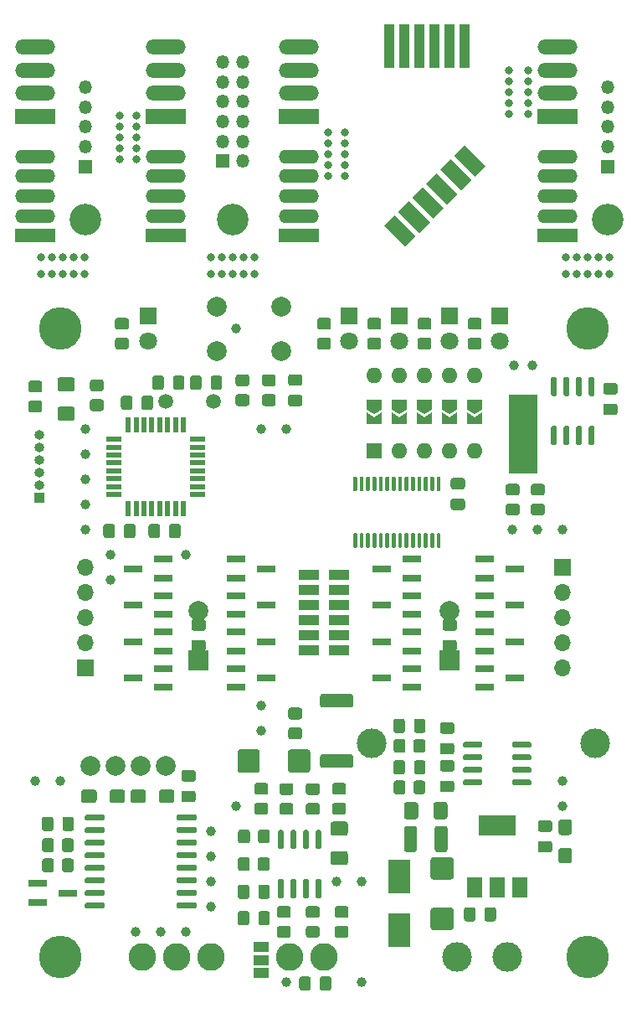
<source format=gbs>
G04 #@! TF.GenerationSoftware,KiCad,Pcbnew,5.1.12-84ad8e8a86~92~ubuntu16.04.1*
G04 #@! TF.CreationDate,2022-12-06T17:33:52+01:00*
G04 #@! TF.ProjectId,LedBar,4c656442-6172-42e6-9b69-6361645f7063,rev?*
G04 #@! TF.SameCoordinates,Original*
G04 #@! TF.FileFunction,Soldermask,Bot*
G04 #@! TF.FilePolarity,Negative*
%FSLAX46Y46*%
G04 Gerber Fmt 4.6, Leading zero omitted, Abs format (unit mm)*
G04 Created by KiCad (PCBNEW 5.1.12-84ad8e8a86~92~ubuntu16.04.1) date 2022-12-06 17:33:52*
%MOMM*%
%LPD*%
G01*
G04 APERTURE LIST*
%ADD10C,4.300000*%
%ADD11R,1.900000X0.800000*%
%ADD12C,2.800000*%
%ADD13C,0.100000*%
%ADD14R,3.000000X8.000000*%
%ADD15C,1.000000*%
%ADD16C,2.000000*%
%ADD17R,2.000000X2.000000*%
%ADD18R,1.600000X0.550000*%
%ADD19R,0.550000X1.600000*%
%ADD20C,1.800000*%
%ADD21R,1.800000X1.800000*%
%ADD22R,2.032000X1.070000*%
%ADD23O,1.000000X1.000000*%
%ADD24R,1.000000X1.000000*%
%ADD25R,1.500000X1.000000*%
%ADD26R,2.300000X3.500000*%
%ADD27O,1.600000X1.600000*%
%ADD28R,1.600000X1.600000*%
%ADD29R,1.500000X2.000000*%
%ADD30R,3.800000X2.000000*%
%ADD31C,1.500000*%
%ADD32O,1.700000X1.700000*%
%ADD33R,1.700000X1.700000*%
%ADD34C,3.000000*%
%ADD35O,1.350000X1.350000*%
%ADD36R,1.350000X1.350000*%
%ADD37O,4.050000X1.400000*%
%ADD38R,4.050000X1.400000*%
%ADD39C,3.200000*%
%ADD40C,0.800000*%
%ADD41R,1.070000X4.413000*%
%ADD42R,4.050000X1.500000*%
%ADD43O,4.050000X1.500000*%
G04 APERTURE END LIST*
D10*
X177800000Y-76200000D03*
G36*
G01*
X164305000Y-106738000D02*
X163355000Y-106738000D01*
G75*
G02*
X163105000Y-106488000I0J250000D01*
G01*
X163105000Y-105813000D01*
G75*
G02*
X163355000Y-105563000I250000J0D01*
G01*
X164305000Y-105563000D01*
G75*
G02*
X164555000Y-105813000I0J-250000D01*
G01*
X164555000Y-106488000D01*
G75*
G02*
X164305000Y-106738000I-250000J0D01*
G01*
G37*
G36*
G01*
X164305000Y-108813000D02*
X163355000Y-108813000D01*
G75*
G02*
X163105000Y-108563000I0J250000D01*
G01*
X163105000Y-107888000D01*
G75*
G02*
X163355000Y-107638000I250000J0D01*
G01*
X164305000Y-107638000D01*
G75*
G02*
X164555000Y-107888000I0J-250000D01*
G01*
X164555000Y-108563000D01*
G75*
G02*
X164305000Y-108813000I-250000J0D01*
G01*
G37*
D11*
X131850000Y-107823000D03*
X134850000Y-108773000D03*
X134850000Y-106873000D03*
D12*
X151130000Y-139700000D03*
X147630000Y-139700000D03*
G36*
G01*
X137889000Y-121978000D02*
X136939000Y-121978000D01*
G75*
G02*
X136689000Y-121728000I0J250000D01*
G01*
X136689000Y-121053000D01*
G75*
G02*
X136939000Y-120803000I250000J0D01*
G01*
X137889000Y-120803000D01*
G75*
G02*
X138139000Y-121053000I0J-250000D01*
G01*
X138139000Y-121728000D01*
G75*
G02*
X137889000Y-121978000I-250000J0D01*
G01*
G37*
G36*
G01*
X137889000Y-124053000D02*
X136939000Y-124053000D01*
G75*
G02*
X136689000Y-123803000I0J250000D01*
G01*
X136689000Y-123128000D01*
G75*
G02*
X136939000Y-122878000I250000J0D01*
G01*
X137889000Y-122878000D01*
G75*
G02*
X138139000Y-123128000I0J-250000D01*
G01*
X138139000Y-123803000D01*
G75*
G02*
X137889000Y-124053000I-250000J0D01*
G01*
G37*
D13*
G36*
X161290000Y-84857000D02*
G01*
X160540000Y-84357000D01*
X160540000Y-83357000D01*
X162040000Y-83357000D01*
X162040000Y-84357000D01*
X161290000Y-84857000D01*
G37*
G36*
X160540000Y-85807000D02*
G01*
X160540000Y-84657000D01*
X161290000Y-85157000D01*
X162040000Y-84657000D01*
X162040000Y-85807000D01*
X160540000Y-85807000D01*
G37*
D11*
X131850000Y-111506000D03*
X134850000Y-112456000D03*
X134850000Y-110556000D03*
G36*
G01*
X180561000Y-82862000D02*
X179611000Y-82862000D01*
G75*
G02*
X179361000Y-82612000I0J250000D01*
G01*
X179361000Y-81937000D01*
G75*
G02*
X179611000Y-81687000I250000J0D01*
G01*
X180561000Y-81687000D01*
G75*
G02*
X180811000Y-81937000I0J-250000D01*
G01*
X180811000Y-82612000D01*
G75*
G02*
X180561000Y-82862000I-250000J0D01*
G01*
G37*
G36*
G01*
X180561000Y-84937000D02*
X179611000Y-84937000D01*
G75*
G02*
X179361000Y-84687000I0J250000D01*
G01*
X179361000Y-84012000D01*
G75*
G02*
X179611000Y-83762000I250000J0D01*
G01*
X180561000Y-83762000D01*
G75*
G02*
X180811000Y-84012000I0J-250000D01*
G01*
X180811000Y-84687000D01*
G75*
G02*
X180561000Y-84937000I-250000J0D01*
G01*
G37*
D14*
X171262000Y-86883000D03*
D15*
X170312000Y-79883000D03*
X172212000Y-79883000D03*
G36*
G01*
X128128000Y-123018999D02*
X128128000Y-123869001D01*
G75*
G02*
X127878001Y-124119000I-249999J0D01*
G01*
X126802999Y-124119000D01*
G75*
G02*
X126553000Y-123869001I0J249999D01*
G01*
X126553000Y-123018999D01*
G75*
G02*
X126802999Y-122769000I249999J0D01*
G01*
X127878001Y-122769000D01*
G75*
G02*
X128128000Y-123018999I0J-249999D01*
G01*
G37*
G36*
G01*
X131003000Y-123018999D02*
X131003000Y-123869001D01*
G75*
G02*
X130753001Y-124119000I-249999J0D01*
G01*
X129677999Y-124119000D01*
G75*
G02*
X129428000Y-123869001I0J249999D01*
G01*
X129428000Y-123018999D01*
G75*
G02*
X129677999Y-122769000I249999J0D01*
G01*
X130753001Y-122769000D01*
G75*
G02*
X131003000Y-123018999I0J-249999D01*
G01*
G37*
G36*
G01*
X174241000Y-86020000D02*
X174541000Y-86020000D01*
G75*
G02*
X174691000Y-86170000I0J-150000D01*
G01*
X174691000Y-87820000D01*
G75*
G02*
X174541000Y-87970000I-150000J0D01*
G01*
X174241000Y-87970000D01*
G75*
G02*
X174091000Y-87820000I0J150000D01*
G01*
X174091000Y-86170000D01*
G75*
G02*
X174241000Y-86020000I150000J0D01*
G01*
G37*
G36*
G01*
X175511000Y-86020000D02*
X175811000Y-86020000D01*
G75*
G02*
X175961000Y-86170000I0J-150000D01*
G01*
X175961000Y-87820000D01*
G75*
G02*
X175811000Y-87970000I-150000J0D01*
G01*
X175511000Y-87970000D01*
G75*
G02*
X175361000Y-87820000I0J150000D01*
G01*
X175361000Y-86170000D01*
G75*
G02*
X175511000Y-86020000I150000J0D01*
G01*
G37*
G36*
G01*
X176781000Y-86020000D02*
X177081000Y-86020000D01*
G75*
G02*
X177231000Y-86170000I0J-150000D01*
G01*
X177231000Y-87820000D01*
G75*
G02*
X177081000Y-87970000I-150000J0D01*
G01*
X176781000Y-87970000D01*
G75*
G02*
X176631000Y-87820000I0J150000D01*
G01*
X176631000Y-86170000D01*
G75*
G02*
X176781000Y-86020000I150000J0D01*
G01*
G37*
G36*
G01*
X178051000Y-86020000D02*
X178351000Y-86020000D01*
G75*
G02*
X178501000Y-86170000I0J-150000D01*
G01*
X178501000Y-87820000D01*
G75*
G02*
X178351000Y-87970000I-150000J0D01*
G01*
X178051000Y-87970000D01*
G75*
G02*
X177901000Y-87820000I0J150000D01*
G01*
X177901000Y-86170000D01*
G75*
G02*
X178051000Y-86020000I150000J0D01*
G01*
G37*
G36*
G01*
X178051000Y-81070000D02*
X178351000Y-81070000D01*
G75*
G02*
X178501000Y-81220000I0J-150000D01*
G01*
X178501000Y-82870000D01*
G75*
G02*
X178351000Y-83020000I-150000J0D01*
G01*
X178051000Y-83020000D01*
G75*
G02*
X177901000Y-82870000I0J150000D01*
G01*
X177901000Y-81220000D01*
G75*
G02*
X178051000Y-81070000I150000J0D01*
G01*
G37*
G36*
G01*
X176781000Y-81070000D02*
X177081000Y-81070000D01*
G75*
G02*
X177231000Y-81220000I0J-150000D01*
G01*
X177231000Y-82870000D01*
G75*
G02*
X177081000Y-83020000I-150000J0D01*
G01*
X176781000Y-83020000D01*
G75*
G02*
X176631000Y-82870000I0J150000D01*
G01*
X176631000Y-81220000D01*
G75*
G02*
X176781000Y-81070000I150000J0D01*
G01*
G37*
G36*
G01*
X175511000Y-81070000D02*
X175811000Y-81070000D01*
G75*
G02*
X175961000Y-81220000I0J-150000D01*
G01*
X175961000Y-82870000D01*
G75*
G02*
X175811000Y-83020000I-150000J0D01*
G01*
X175511000Y-83020000D01*
G75*
G02*
X175361000Y-82870000I0J150000D01*
G01*
X175361000Y-81220000D01*
G75*
G02*
X175511000Y-81070000I150000J0D01*
G01*
G37*
G36*
G01*
X174241000Y-81070000D02*
X174541000Y-81070000D01*
G75*
G02*
X174691000Y-81220000I0J-150000D01*
G01*
X174691000Y-82870000D01*
G75*
G02*
X174541000Y-83020000I-150000J0D01*
G01*
X174241000Y-83020000D01*
G75*
G02*
X174091000Y-82870000I0J150000D01*
G01*
X174091000Y-81220000D01*
G75*
G02*
X174241000Y-81070000I150000J0D01*
G01*
G37*
G36*
G01*
X172299999Y-93870000D02*
X173200001Y-93870000D01*
G75*
G02*
X173450000Y-94119999I0J-249999D01*
G01*
X173450000Y-94820001D01*
G75*
G02*
X173200001Y-95070000I-249999J0D01*
G01*
X172299999Y-95070000D01*
G75*
G02*
X172050000Y-94820001I0J249999D01*
G01*
X172050000Y-94119999D01*
G75*
G02*
X172299999Y-93870000I249999J0D01*
G01*
G37*
G36*
G01*
X172299999Y-91870000D02*
X173200001Y-91870000D01*
G75*
G02*
X173450000Y-92119999I0J-249999D01*
G01*
X173450000Y-92820001D01*
G75*
G02*
X173200001Y-93070000I-249999J0D01*
G01*
X172299999Y-93070000D01*
G75*
G02*
X172050000Y-92820001I0J249999D01*
G01*
X172050000Y-92119999D01*
G75*
G02*
X172299999Y-91870000I249999J0D01*
G01*
G37*
G36*
G01*
X162142999Y-134711500D02*
X163993001Y-134711500D01*
G75*
G02*
X164243000Y-134961499I0J-249999D01*
G01*
X164243000Y-136711501D01*
G75*
G02*
X163993001Y-136961500I-249999J0D01*
G01*
X162142999Y-136961500D01*
G75*
G02*
X161893000Y-136711501I0J249999D01*
G01*
X161893000Y-134961499D01*
G75*
G02*
X162142999Y-134711500I249999J0D01*
G01*
G37*
G36*
G01*
X162142999Y-129611500D02*
X163993001Y-129611500D01*
G75*
G02*
X164243000Y-129861499I0J-249999D01*
G01*
X164243000Y-131611501D01*
G75*
G02*
X163993001Y-131861500I-249999J0D01*
G01*
X162142999Y-131861500D01*
G75*
G02*
X161893000Y-131611501I0J249999D01*
G01*
X161893000Y-129861499D01*
G75*
G02*
X162142999Y-129611500I249999J0D01*
G01*
G37*
D16*
X138430000Y-104728000D03*
D17*
X138430000Y-109728000D03*
D18*
X129862000Y-87370000D03*
X129862000Y-88170000D03*
X129862000Y-88970000D03*
X129862000Y-89770000D03*
X129862000Y-90570000D03*
X129862000Y-91370000D03*
X129862000Y-92170000D03*
X129862000Y-92970000D03*
D19*
X131312000Y-94420000D03*
X132112000Y-94420000D03*
X132912000Y-94420000D03*
X133712000Y-94420000D03*
X134512000Y-94420000D03*
X135312000Y-94420000D03*
X136112000Y-94420000D03*
X136912000Y-94420000D03*
D18*
X138362000Y-92970000D03*
X138362000Y-92170000D03*
X138362000Y-91370000D03*
X138362000Y-90570000D03*
X138362000Y-89770000D03*
X138362000Y-88970000D03*
X138362000Y-88170000D03*
X138362000Y-87370000D03*
D19*
X136912000Y-85920000D03*
X136112000Y-85920000D03*
X135312000Y-85920000D03*
X134512000Y-85920000D03*
X133712000Y-85920000D03*
X132912000Y-85920000D03*
X132112000Y-85920000D03*
X131312000Y-85920000D03*
G36*
G01*
X128963000Y-125453000D02*
X128963000Y-125753000D01*
G75*
G02*
X128813000Y-125903000I-150000J0D01*
G01*
X127063000Y-125903000D01*
G75*
G02*
X126913000Y-125753000I0J150000D01*
G01*
X126913000Y-125453000D01*
G75*
G02*
X127063000Y-125303000I150000J0D01*
G01*
X128813000Y-125303000D01*
G75*
G02*
X128963000Y-125453000I0J-150000D01*
G01*
G37*
G36*
G01*
X128963000Y-126723000D02*
X128963000Y-127023000D01*
G75*
G02*
X128813000Y-127173000I-150000J0D01*
G01*
X127063000Y-127173000D01*
G75*
G02*
X126913000Y-127023000I0J150000D01*
G01*
X126913000Y-126723000D01*
G75*
G02*
X127063000Y-126573000I150000J0D01*
G01*
X128813000Y-126573000D01*
G75*
G02*
X128963000Y-126723000I0J-150000D01*
G01*
G37*
G36*
G01*
X128963000Y-127993000D02*
X128963000Y-128293000D01*
G75*
G02*
X128813000Y-128443000I-150000J0D01*
G01*
X127063000Y-128443000D01*
G75*
G02*
X126913000Y-128293000I0J150000D01*
G01*
X126913000Y-127993000D01*
G75*
G02*
X127063000Y-127843000I150000J0D01*
G01*
X128813000Y-127843000D01*
G75*
G02*
X128963000Y-127993000I0J-150000D01*
G01*
G37*
G36*
G01*
X128963000Y-129263000D02*
X128963000Y-129563000D01*
G75*
G02*
X128813000Y-129713000I-150000J0D01*
G01*
X127063000Y-129713000D01*
G75*
G02*
X126913000Y-129563000I0J150000D01*
G01*
X126913000Y-129263000D01*
G75*
G02*
X127063000Y-129113000I150000J0D01*
G01*
X128813000Y-129113000D01*
G75*
G02*
X128963000Y-129263000I0J-150000D01*
G01*
G37*
G36*
G01*
X128963000Y-130533000D02*
X128963000Y-130833000D01*
G75*
G02*
X128813000Y-130983000I-150000J0D01*
G01*
X127063000Y-130983000D01*
G75*
G02*
X126913000Y-130833000I0J150000D01*
G01*
X126913000Y-130533000D01*
G75*
G02*
X127063000Y-130383000I150000J0D01*
G01*
X128813000Y-130383000D01*
G75*
G02*
X128963000Y-130533000I0J-150000D01*
G01*
G37*
G36*
G01*
X128963000Y-131803000D02*
X128963000Y-132103000D01*
G75*
G02*
X128813000Y-132253000I-150000J0D01*
G01*
X127063000Y-132253000D01*
G75*
G02*
X126913000Y-132103000I0J150000D01*
G01*
X126913000Y-131803000D01*
G75*
G02*
X127063000Y-131653000I150000J0D01*
G01*
X128813000Y-131653000D01*
G75*
G02*
X128963000Y-131803000I0J-150000D01*
G01*
G37*
G36*
G01*
X128963000Y-133073000D02*
X128963000Y-133373000D01*
G75*
G02*
X128813000Y-133523000I-150000J0D01*
G01*
X127063000Y-133523000D01*
G75*
G02*
X126913000Y-133373000I0J150000D01*
G01*
X126913000Y-133073000D01*
G75*
G02*
X127063000Y-132923000I150000J0D01*
G01*
X128813000Y-132923000D01*
G75*
G02*
X128963000Y-133073000I0J-150000D01*
G01*
G37*
G36*
G01*
X128963000Y-134343000D02*
X128963000Y-134643000D01*
G75*
G02*
X128813000Y-134793000I-150000J0D01*
G01*
X127063000Y-134793000D01*
G75*
G02*
X126913000Y-134643000I0J150000D01*
G01*
X126913000Y-134343000D01*
G75*
G02*
X127063000Y-134193000I150000J0D01*
G01*
X128813000Y-134193000D01*
G75*
G02*
X128963000Y-134343000I0J-150000D01*
G01*
G37*
G36*
G01*
X138263000Y-134343000D02*
X138263000Y-134643000D01*
G75*
G02*
X138113000Y-134793000I-150000J0D01*
G01*
X136363000Y-134793000D01*
G75*
G02*
X136213000Y-134643000I0J150000D01*
G01*
X136213000Y-134343000D01*
G75*
G02*
X136363000Y-134193000I150000J0D01*
G01*
X138113000Y-134193000D01*
G75*
G02*
X138263000Y-134343000I0J-150000D01*
G01*
G37*
G36*
G01*
X138263000Y-133073000D02*
X138263000Y-133373000D01*
G75*
G02*
X138113000Y-133523000I-150000J0D01*
G01*
X136363000Y-133523000D01*
G75*
G02*
X136213000Y-133373000I0J150000D01*
G01*
X136213000Y-133073000D01*
G75*
G02*
X136363000Y-132923000I150000J0D01*
G01*
X138113000Y-132923000D01*
G75*
G02*
X138263000Y-133073000I0J-150000D01*
G01*
G37*
G36*
G01*
X138263000Y-131803000D02*
X138263000Y-132103000D01*
G75*
G02*
X138113000Y-132253000I-150000J0D01*
G01*
X136363000Y-132253000D01*
G75*
G02*
X136213000Y-132103000I0J150000D01*
G01*
X136213000Y-131803000D01*
G75*
G02*
X136363000Y-131653000I150000J0D01*
G01*
X138113000Y-131653000D01*
G75*
G02*
X138263000Y-131803000I0J-150000D01*
G01*
G37*
G36*
G01*
X138263000Y-130533000D02*
X138263000Y-130833000D01*
G75*
G02*
X138113000Y-130983000I-150000J0D01*
G01*
X136363000Y-130983000D01*
G75*
G02*
X136213000Y-130833000I0J150000D01*
G01*
X136213000Y-130533000D01*
G75*
G02*
X136363000Y-130383000I150000J0D01*
G01*
X138113000Y-130383000D01*
G75*
G02*
X138263000Y-130533000I0J-150000D01*
G01*
G37*
G36*
G01*
X138263000Y-129263000D02*
X138263000Y-129563000D01*
G75*
G02*
X138113000Y-129713000I-150000J0D01*
G01*
X136363000Y-129713000D01*
G75*
G02*
X136213000Y-129563000I0J150000D01*
G01*
X136213000Y-129263000D01*
G75*
G02*
X136363000Y-129113000I150000J0D01*
G01*
X138113000Y-129113000D01*
G75*
G02*
X138263000Y-129263000I0J-150000D01*
G01*
G37*
G36*
G01*
X138263000Y-127993000D02*
X138263000Y-128293000D01*
G75*
G02*
X138113000Y-128443000I-150000J0D01*
G01*
X136363000Y-128443000D01*
G75*
G02*
X136213000Y-128293000I0J150000D01*
G01*
X136213000Y-127993000D01*
G75*
G02*
X136363000Y-127843000I150000J0D01*
G01*
X138113000Y-127843000D01*
G75*
G02*
X138263000Y-127993000I0J-150000D01*
G01*
G37*
G36*
G01*
X138263000Y-126723000D02*
X138263000Y-127023000D01*
G75*
G02*
X138113000Y-127173000I-150000J0D01*
G01*
X136363000Y-127173000D01*
G75*
G02*
X136213000Y-127023000I0J150000D01*
G01*
X136213000Y-126723000D01*
G75*
G02*
X136363000Y-126573000I150000J0D01*
G01*
X138113000Y-126573000D01*
G75*
G02*
X138263000Y-126723000I0J-150000D01*
G01*
G37*
G36*
G01*
X138263000Y-125453000D02*
X138263000Y-125753000D01*
G75*
G02*
X138113000Y-125903000I-150000J0D01*
G01*
X136363000Y-125903000D01*
G75*
G02*
X136213000Y-125753000I0J150000D01*
G01*
X136213000Y-125453000D01*
G75*
G02*
X136363000Y-125303000I150000J0D01*
G01*
X138113000Y-125303000D01*
G75*
G02*
X138263000Y-125453000I0J-150000D01*
G01*
G37*
G36*
G01*
X124606000Y-130879001D02*
X124606000Y-129978999D01*
G75*
G02*
X124855999Y-129729000I249999J0D01*
G01*
X125556001Y-129729000D01*
G75*
G02*
X125806000Y-129978999I0J-249999D01*
G01*
X125806000Y-130879001D01*
G75*
G02*
X125556001Y-131129000I-249999J0D01*
G01*
X124855999Y-131129000D01*
G75*
G02*
X124606000Y-130879001I0J249999D01*
G01*
G37*
G36*
G01*
X122606000Y-130879001D02*
X122606000Y-129978999D01*
G75*
G02*
X122855999Y-129729000I249999J0D01*
G01*
X123556001Y-129729000D01*
G75*
G02*
X123806000Y-129978999I0J-249999D01*
G01*
X123806000Y-130879001D01*
G75*
G02*
X123556001Y-131129000I-249999J0D01*
G01*
X122855999Y-131129000D01*
G75*
G02*
X122606000Y-130879001I0J249999D01*
G01*
G37*
G36*
G01*
X152029000Y-128981500D02*
X153279000Y-128981500D01*
G75*
G02*
X153529000Y-129231500I0J-250000D01*
G01*
X153529000Y-130156500D01*
G75*
G02*
X153279000Y-130406500I-250000J0D01*
G01*
X152029000Y-130406500D01*
G75*
G02*
X151779000Y-130156500I0J250000D01*
G01*
X151779000Y-129231500D01*
G75*
G02*
X152029000Y-128981500I250000J0D01*
G01*
G37*
G36*
G01*
X152029000Y-126006500D02*
X153279000Y-126006500D01*
G75*
G02*
X153529000Y-126256500I0J-250000D01*
G01*
X153529000Y-127181500D01*
G75*
G02*
X153279000Y-127431500I-250000J0D01*
G01*
X152029000Y-127431500D01*
G75*
G02*
X151779000Y-127181500I0J250000D01*
G01*
X151779000Y-126256500D01*
G75*
G02*
X152029000Y-126006500I250000J0D01*
G01*
G37*
D20*
X168910000Y-77470000D03*
D21*
X168910000Y-74930000D03*
D11*
X125198000Y-133223000D03*
X122198000Y-132273000D03*
X122198000Y-134173000D03*
G36*
G01*
X144625000Y-118962999D02*
X144625000Y-120813001D01*
G75*
G02*
X144375001Y-121063000I-249999J0D01*
G01*
X142624999Y-121063000D01*
G75*
G02*
X142375000Y-120813001I0J249999D01*
G01*
X142375000Y-118962999D01*
G75*
G02*
X142624999Y-118713000I249999J0D01*
G01*
X144375001Y-118713000D01*
G75*
G02*
X144625000Y-118962999I0J-249999D01*
G01*
G37*
G36*
G01*
X149725000Y-118962999D02*
X149725000Y-120813001D01*
G75*
G02*
X149475001Y-121063000I-249999J0D01*
G01*
X147724999Y-121063000D01*
G75*
G02*
X147475000Y-120813001I0J249999D01*
G01*
X147475000Y-118962999D01*
G75*
G02*
X147724999Y-118713000I249999J0D01*
G01*
X149475001Y-118713000D01*
G75*
G02*
X149725000Y-118962999I0J-249999D01*
G01*
G37*
G36*
G01*
X135451000Y-97122000D02*
X135451000Y-96172000D01*
G75*
G02*
X135701000Y-95922000I250000J0D01*
G01*
X136376000Y-95922000D01*
G75*
G02*
X136626000Y-96172000I0J-250000D01*
G01*
X136626000Y-97122000D01*
G75*
G02*
X136376000Y-97372000I-250000J0D01*
G01*
X135701000Y-97372000D01*
G75*
G02*
X135451000Y-97122000I0J250000D01*
G01*
G37*
G36*
G01*
X133376000Y-97122000D02*
X133376000Y-96172000D01*
G75*
G02*
X133626000Y-95922000I250000J0D01*
G01*
X134301000Y-95922000D01*
G75*
G02*
X134551000Y-96172000I0J-250000D01*
G01*
X134551000Y-97122000D01*
G75*
G02*
X134301000Y-97372000I-250000J0D01*
G01*
X133626000Y-97372000D01*
G75*
G02*
X133376000Y-97122000I0J250000D01*
G01*
G37*
D15*
X175260000Y-121920000D03*
D13*
G36*
X163830000Y-84857000D02*
G01*
X163080000Y-84357000D01*
X163080000Y-83357000D01*
X164580000Y-83357000D01*
X164580000Y-84357000D01*
X163830000Y-84857000D01*
G37*
G36*
X163080000Y-85807000D02*
G01*
X163080000Y-84657000D01*
X163830000Y-85157000D01*
X164580000Y-84657000D01*
X164580000Y-85807000D01*
X163080000Y-85807000D01*
G37*
D15*
X139700000Y-127000000D03*
D22*
X149606000Y-101092000D03*
X152654000Y-101092000D03*
X149606000Y-102616000D03*
X152654000Y-102616000D03*
X149606000Y-104140000D03*
X152654000Y-104140000D03*
X149606000Y-105664000D03*
X152654000Y-105664000D03*
X149606000Y-107188000D03*
X152654000Y-107188000D03*
X149606000Y-108712000D03*
X152654000Y-108712000D03*
G36*
G01*
X162192000Y-125529500D02*
X162192000Y-124279500D01*
G75*
G02*
X162442000Y-124029500I250000J0D01*
G01*
X163367000Y-124029500D01*
G75*
G02*
X163617000Y-124279500I0J-250000D01*
G01*
X163617000Y-125529500D01*
G75*
G02*
X163367000Y-125779500I-250000J0D01*
G01*
X162442000Y-125779500D01*
G75*
G02*
X162192000Y-125529500I0J250000D01*
G01*
G37*
G36*
G01*
X159217000Y-125529500D02*
X159217000Y-124279500D01*
G75*
G02*
X159467000Y-124029500I250000J0D01*
G01*
X160392000Y-124029500D01*
G75*
G02*
X160642000Y-124279500I0J-250000D01*
G01*
X160642000Y-125529500D01*
G75*
G02*
X160392000Y-125779500I-250000J0D01*
G01*
X159467000Y-125779500D01*
G75*
G02*
X159217000Y-125529500I0J250000D01*
G01*
G37*
G36*
G01*
X124406500Y-84087000D02*
X125656500Y-84087000D01*
G75*
G02*
X125906500Y-84337000I0J-250000D01*
G01*
X125906500Y-85262000D01*
G75*
G02*
X125656500Y-85512000I-250000J0D01*
G01*
X124406500Y-85512000D01*
G75*
G02*
X124156500Y-85262000I0J250000D01*
G01*
X124156500Y-84337000D01*
G75*
G02*
X124406500Y-84087000I250000J0D01*
G01*
G37*
G36*
G01*
X124406500Y-81112000D02*
X125656500Y-81112000D01*
G75*
G02*
X125906500Y-81362000I0J-250000D01*
G01*
X125906500Y-82287000D01*
G75*
G02*
X125656500Y-82537000I-250000J0D01*
G01*
X124406500Y-82537000D01*
G75*
G02*
X124156500Y-82287000I0J250000D01*
G01*
X124156500Y-81362000D01*
G75*
G02*
X124406500Y-81112000I250000J0D01*
G01*
G37*
D15*
X121920000Y-121920000D03*
X127000000Y-86360000D03*
X139700000Y-134620000D03*
X144780000Y-86360000D03*
D23*
X122301000Y-86931500D03*
X122301000Y-88201500D03*
X122301000Y-89471500D03*
X122301000Y-90741500D03*
X122301000Y-92011500D03*
D24*
X122301000Y-93281500D03*
D15*
X152400000Y-132080000D03*
X144780000Y-116840000D03*
X144780000Y-114300000D03*
D25*
X144780000Y-141284000D03*
X144780000Y-139984000D03*
X144780000Y-138684000D03*
G36*
G01*
X127692999Y-83331000D02*
X128593001Y-83331000D01*
G75*
G02*
X128843000Y-83580999I0J-249999D01*
G01*
X128843000Y-84281001D01*
G75*
G02*
X128593001Y-84531000I-249999J0D01*
G01*
X127692999Y-84531000D01*
G75*
G02*
X127443000Y-84281001I0J249999D01*
G01*
X127443000Y-83580999D01*
G75*
G02*
X127692999Y-83331000I249999J0D01*
G01*
G37*
G36*
G01*
X127692999Y-81331000D02*
X128593001Y-81331000D01*
G75*
G02*
X128843000Y-81580999I0J-249999D01*
G01*
X128843000Y-82281001D01*
G75*
G02*
X128593001Y-82531000I-249999J0D01*
G01*
X127692999Y-82531000D01*
G75*
G02*
X127443000Y-82281001I0J249999D01*
G01*
X127443000Y-81580999D01*
G75*
G02*
X127692999Y-81331000I249999J0D01*
G01*
G37*
D15*
X124460000Y-121920000D03*
X134620000Y-137160000D03*
X132080000Y-137160000D03*
X137160000Y-137160000D03*
X175260000Y-124460000D03*
X170180000Y-96520000D03*
X127000000Y-88900000D03*
D11*
X170410000Y-104140000D03*
X167410000Y-103190000D03*
X167410000Y-105090000D03*
D15*
X147320000Y-142240000D03*
X129540000Y-99060000D03*
X129540000Y-101600000D03*
X137160000Y-99060000D03*
X147320000Y-86360000D03*
X154940000Y-142240000D03*
D11*
X170410000Y-111506000D03*
X167410000Y-110556000D03*
X167410000Y-112456000D03*
D15*
X127000000Y-91440000D03*
X142240000Y-124460000D03*
X127000000Y-96520000D03*
D11*
X145264000Y-107823000D03*
X142264000Y-106873000D03*
X142264000Y-108773000D03*
X156996000Y-107823000D03*
X159996000Y-108773000D03*
X159996000Y-106873000D03*
X170410000Y-107823000D03*
X167410000Y-106873000D03*
X167410000Y-108773000D03*
X131850000Y-104140000D03*
X134850000Y-105090000D03*
X134850000Y-103190000D03*
X145264000Y-104140000D03*
X142264000Y-103190000D03*
X142264000Y-105090000D03*
X156996000Y-104140000D03*
X159996000Y-105090000D03*
X159996000Y-103190000D03*
X131850000Y-100457000D03*
X134850000Y-101407000D03*
X134850000Y-99507000D03*
X145264000Y-100457000D03*
X142264000Y-99507000D03*
X142264000Y-101407000D03*
X156996000Y-100457000D03*
X159996000Y-101407000D03*
X159996000Y-99507000D03*
X170410000Y-100457000D03*
X167410000Y-99507000D03*
X167410000Y-101407000D03*
G36*
G01*
X146615999Y-136544000D02*
X147516001Y-136544000D01*
G75*
G02*
X147766000Y-136793999I0J-249999D01*
G01*
X147766000Y-137494001D01*
G75*
G02*
X147516001Y-137744000I-249999J0D01*
G01*
X146615999Y-137744000D01*
G75*
G02*
X146366000Y-137494001I0J249999D01*
G01*
X146366000Y-136793999D01*
G75*
G02*
X146615999Y-136544000I249999J0D01*
G01*
G37*
G36*
G01*
X146615999Y-134544000D02*
X147516001Y-134544000D01*
G75*
G02*
X147766000Y-134793999I0J-249999D01*
G01*
X147766000Y-135494001D01*
G75*
G02*
X147516001Y-135744000I-249999J0D01*
G01*
X146615999Y-135744000D01*
G75*
G02*
X146366000Y-135494001I0J249999D01*
G01*
X146366000Y-134793999D01*
G75*
G02*
X146615999Y-134544000I249999J0D01*
G01*
G37*
G36*
G01*
X150437001Y-135744000D02*
X149536999Y-135744000D01*
G75*
G02*
X149287000Y-135494001I0J249999D01*
G01*
X149287000Y-134793999D01*
G75*
G02*
X149536999Y-134544000I249999J0D01*
G01*
X150437001Y-134544000D01*
G75*
G02*
X150687000Y-134793999I0J-249999D01*
G01*
X150687000Y-135494001D01*
G75*
G02*
X150437001Y-135744000I-249999J0D01*
G01*
G37*
G36*
G01*
X150437001Y-137744000D02*
X149536999Y-137744000D01*
G75*
G02*
X149287000Y-137494001I0J249999D01*
G01*
X149287000Y-136793999D01*
G75*
G02*
X149536999Y-136544000I249999J0D01*
G01*
X150437001Y-136544000D01*
G75*
G02*
X150687000Y-136793999I0J-249999D01*
G01*
X150687000Y-137494001D01*
G75*
G02*
X150437001Y-137744000I-249999J0D01*
G01*
G37*
G36*
G01*
X152457999Y-136544000D02*
X153358001Y-136544000D01*
G75*
G02*
X153608000Y-136793999I0J-249999D01*
G01*
X153608000Y-137494001D01*
G75*
G02*
X153358001Y-137744000I-249999J0D01*
G01*
X152457999Y-137744000D01*
G75*
G02*
X152208000Y-137494001I0J249999D01*
G01*
X152208000Y-136793999D01*
G75*
G02*
X152457999Y-136544000I249999J0D01*
G01*
G37*
G36*
G01*
X152457999Y-134544000D02*
X153358001Y-134544000D01*
G75*
G02*
X153608000Y-134793999I0J-249999D01*
G01*
X153608000Y-135494001D01*
G75*
G02*
X153358001Y-135744000I-249999J0D01*
G01*
X152457999Y-135744000D01*
G75*
G02*
X152208000Y-135494001I0J249999D01*
G01*
X152208000Y-134793999D01*
G75*
G02*
X152457999Y-134544000I249999J0D01*
G01*
G37*
G36*
G01*
X146869999Y-124123400D02*
X147770001Y-124123400D01*
G75*
G02*
X148020000Y-124373399I0J-249999D01*
G01*
X148020000Y-125073401D01*
G75*
G02*
X147770001Y-125323400I-249999J0D01*
G01*
X146869999Y-125323400D01*
G75*
G02*
X146620000Y-125073401I0J249999D01*
G01*
X146620000Y-124373399D01*
G75*
G02*
X146869999Y-124123400I249999J0D01*
G01*
G37*
G36*
G01*
X146869999Y-122123400D02*
X147770001Y-122123400D01*
G75*
G02*
X148020000Y-122373399I0J-249999D01*
G01*
X148020000Y-123073401D01*
G75*
G02*
X147770001Y-123323400I-249999J0D01*
G01*
X146869999Y-123323400D01*
G75*
G02*
X146620000Y-123073401I0J249999D01*
G01*
X146620000Y-122373399D01*
G75*
G02*
X146869999Y-122123400I249999J0D01*
G01*
G37*
G36*
G01*
X145230001Y-123298000D02*
X144329999Y-123298000D01*
G75*
G02*
X144080000Y-123048001I0J249999D01*
G01*
X144080000Y-122347999D01*
G75*
G02*
X144329999Y-122098000I249999J0D01*
G01*
X145230001Y-122098000D01*
G75*
G02*
X145480000Y-122347999I0J-249999D01*
G01*
X145480000Y-123048001D01*
G75*
G02*
X145230001Y-123298000I-249999J0D01*
G01*
G37*
G36*
G01*
X145230001Y-125298000D02*
X144329999Y-125298000D01*
G75*
G02*
X144080000Y-125048001I0J249999D01*
G01*
X144080000Y-124347999D01*
G75*
G02*
X144329999Y-124098000I249999J0D01*
G01*
X145230001Y-124098000D01*
G75*
G02*
X145480000Y-124347999I0J-249999D01*
G01*
X145480000Y-125048001D01*
G75*
G02*
X145230001Y-125298000I-249999J0D01*
G01*
G37*
G36*
G01*
X149536999Y-124123400D02*
X150437001Y-124123400D01*
G75*
G02*
X150687000Y-124373399I0J-249999D01*
G01*
X150687000Y-125073401D01*
G75*
G02*
X150437001Y-125323400I-249999J0D01*
G01*
X149536999Y-125323400D01*
G75*
G02*
X149287000Y-125073401I0J249999D01*
G01*
X149287000Y-124373399D01*
G75*
G02*
X149536999Y-124123400I249999J0D01*
G01*
G37*
G36*
G01*
X149536999Y-122123400D02*
X150437001Y-122123400D01*
G75*
G02*
X150687000Y-122373399I0J-249999D01*
G01*
X150687000Y-123073401D01*
G75*
G02*
X150437001Y-123323400I-249999J0D01*
G01*
X149536999Y-123323400D01*
G75*
G02*
X149287000Y-123073401I0J249999D01*
G01*
X149287000Y-122373399D01*
G75*
G02*
X149536999Y-122123400I249999J0D01*
G01*
G37*
G36*
G01*
X152203999Y-124098000D02*
X153104001Y-124098000D01*
G75*
G02*
X153354000Y-124347999I0J-249999D01*
G01*
X153354000Y-125048001D01*
G75*
G02*
X153104001Y-125298000I-249999J0D01*
G01*
X152203999Y-125298000D01*
G75*
G02*
X151954000Y-125048001I0J249999D01*
G01*
X151954000Y-124347999D01*
G75*
G02*
X152203999Y-124098000I249999J0D01*
G01*
G37*
G36*
G01*
X152203999Y-122098000D02*
X153104001Y-122098000D01*
G75*
G02*
X153354000Y-122347999I0J-249999D01*
G01*
X153354000Y-123048001D01*
G75*
G02*
X153104001Y-123298000I-249999J0D01*
G01*
X152203999Y-123298000D01*
G75*
G02*
X151954000Y-123048001I0J249999D01*
G01*
X151954000Y-122347999D01*
G75*
G02*
X152203999Y-122098000I249999J0D01*
G01*
G37*
G36*
G01*
X144418000Y-130752001D02*
X144418000Y-129851999D01*
G75*
G02*
X144667999Y-129602000I249999J0D01*
G01*
X145368001Y-129602000D01*
G75*
G02*
X145618000Y-129851999I0J-249999D01*
G01*
X145618000Y-130752001D01*
G75*
G02*
X145368001Y-131002000I-249999J0D01*
G01*
X144667999Y-131002000D01*
G75*
G02*
X144418000Y-130752001I0J249999D01*
G01*
G37*
G36*
G01*
X142418000Y-130752001D02*
X142418000Y-129851999D01*
G75*
G02*
X142667999Y-129602000I249999J0D01*
G01*
X143368001Y-129602000D01*
G75*
G02*
X143618000Y-129851999I0J-249999D01*
G01*
X143618000Y-130752001D01*
G75*
G02*
X143368001Y-131002000I-249999J0D01*
G01*
X142667999Y-131002000D01*
G75*
G02*
X142418000Y-130752001I0J249999D01*
G01*
G37*
G36*
G01*
X144434000Y-127958001D02*
X144434000Y-127057999D01*
G75*
G02*
X144683999Y-126808000I249999J0D01*
G01*
X145384001Y-126808000D01*
G75*
G02*
X145634000Y-127057999I0J-249999D01*
G01*
X145634000Y-127958001D01*
G75*
G02*
X145384001Y-128208000I-249999J0D01*
G01*
X144683999Y-128208000D01*
G75*
G02*
X144434000Y-127958001I0J249999D01*
G01*
G37*
G36*
G01*
X142434000Y-127958001D02*
X142434000Y-127057999D01*
G75*
G02*
X142683999Y-126808000I249999J0D01*
G01*
X143384001Y-126808000D01*
G75*
G02*
X143634000Y-127057999I0J-249999D01*
G01*
X143634000Y-127958001D01*
G75*
G02*
X143384001Y-128208000I-249999J0D01*
G01*
X142683999Y-128208000D01*
G75*
G02*
X142434000Y-127958001I0J249999D01*
G01*
G37*
G36*
G01*
X148659001Y-115694000D02*
X147758999Y-115694000D01*
G75*
G02*
X147509000Y-115444001I0J249999D01*
G01*
X147509000Y-114743999D01*
G75*
G02*
X147758999Y-114494000I249999J0D01*
G01*
X148659001Y-114494000D01*
G75*
G02*
X148909000Y-114743999I0J-249999D01*
G01*
X148909000Y-115444001D01*
G75*
G02*
X148659001Y-115694000I-249999J0D01*
G01*
G37*
G36*
G01*
X148659001Y-117694000D02*
X147758999Y-117694000D01*
G75*
G02*
X147509000Y-117444001I0J249999D01*
G01*
X147509000Y-116743999D01*
G75*
G02*
X147758999Y-116494000I249999J0D01*
G01*
X148659001Y-116494000D01*
G75*
G02*
X148909000Y-116743999I0J-249999D01*
G01*
X148909000Y-117444001D01*
G75*
G02*
X148659001Y-117694000I-249999J0D01*
G01*
G37*
G36*
G01*
X160216000Y-120998000D02*
X160216000Y-120048000D01*
G75*
G02*
X160466000Y-119798000I250000J0D01*
G01*
X161141000Y-119798000D01*
G75*
G02*
X161391000Y-120048000I0J-250000D01*
G01*
X161391000Y-120998000D01*
G75*
G02*
X161141000Y-121248000I-250000J0D01*
G01*
X160466000Y-121248000D01*
G75*
G02*
X160216000Y-120998000I0J250000D01*
G01*
G37*
G36*
G01*
X158141000Y-120998000D02*
X158141000Y-120048000D01*
G75*
G02*
X158391000Y-119798000I250000J0D01*
G01*
X159066000Y-119798000D01*
G75*
G02*
X159316000Y-120048000I0J-250000D01*
G01*
X159316000Y-120998000D01*
G75*
G02*
X159066000Y-121248000I-250000J0D01*
G01*
X158391000Y-121248000D01*
G75*
G02*
X158141000Y-120998000I0J250000D01*
G01*
G37*
G36*
G01*
X163101000Y-118052000D02*
X164051000Y-118052000D01*
G75*
G02*
X164301000Y-118302000I0J-250000D01*
G01*
X164301000Y-118977000D01*
G75*
G02*
X164051000Y-119227000I-250000J0D01*
G01*
X163101000Y-119227000D01*
G75*
G02*
X162851000Y-118977000I0J250000D01*
G01*
X162851000Y-118302000D01*
G75*
G02*
X163101000Y-118052000I250000J0D01*
G01*
G37*
G36*
G01*
X163101000Y-115977000D02*
X164051000Y-115977000D01*
G75*
G02*
X164301000Y-116227000I0J-250000D01*
G01*
X164301000Y-116902000D01*
G75*
G02*
X164051000Y-117152000I-250000J0D01*
G01*
X163101000Y-117152000D01*
G75*
G02*
X162851000Y-116902000I0J250000D01*
G01*
X162851000Y-116227000D01*
G75*
G02*
X163101000Y-115977000I250000J0D01*
G01*
G37*
G36*
G01*
X160216000Y-116807000D02*
X160216000Y-115857000D01*
G75*
G02*
X160466000Y-115607000I250000J0D01*
G01*
X161141000Y-115607000D01*
G75*
G02*
X161391000Y-115857000I0J-250000D01*
G01*
X161391000Y-116807000D01*
G75*
G02*
X161141000Y-117057000I-250000J0D01*
G01*
X160466000Y-117057000D01*
G75*
G02*
X160216000Y-116807000I0J250000D01*
G01*
G37*
G36*
G01*
X158141000Y-116807000D02*
X158141000Y-115857000D01*
G75*
G02*
X158391000Y-115607000I250000J0D01*
G01*
X159066000Y-115607000D01*
G75*
G02*
X159316000Y-115857000I0J-250000D01*
G01*
X159316000Y-116807000D01*
G75*
G02*
X159066000Y-117057000I-250000J0D01*
G01*
X158391000Y-117057000D01*
G75*
G02*
X158141000Y-116807000I0J250000D01*
G01*
G37*
G36*
G01*
X173007000Y-127958000D02*
X173957000Y-127958000D01*
G75*
G02*
X174207000Y-128208000I0J-250000D01*
G01*
X174207000Y-128883000D01*
G75*
G02*
X173957000Y-129133000I-250000J0D01*
G01*
X173007000Y-129133000D01*
G75*
G02*
X172757000Y-128883000I0J250000D01*
G01*
X172757000Y-128208000D01*
G75*
G02*
X173007000Y-127958000I250000J0D01*
G01*
G37*
G36*
G01*
X173007000Y-125883000D02*
X173957000Y-125883000D01*
G75*
G02*
X174207000Y-126133000I0J-250000D01*
G01*
X174207000Y-126808000D01*
G75*
G02*
X173957000Y-127058000I-250000J0D01*
G01*
X173007000Y-127058000D01*
G75*
G02*
X172757000Y-126808000I0J250000D01*
G01*
X172757000Y-126133000D01*
G75*
G02*
X173007000Y-125883000I250000J0D01*
G01*
G37*
G36*
G01*
X163101000Y-121862000D02*
X164051000Y-121862000D01*
G75*
G02*
X164301000Y-122112000I0J-250000D01*
G01*
X164301000Y-122787000D01*
G75*
G02*
X164051000Y-123037000I-250000J0D01*
G01*
X163101000Y-123037000D01*
G75*
G02*
X162851000Y-122787000I0J250000D01*
G01*
X162851000Y-122112000D01*
G75*
G02*
X163101000Y-121862000I250000J0D01*
G01*
G37*
G36*
G01*
X163101000Y-119787000D02*
X164051000Y-119787000D01*
G75*
G02*
X164301000Y-120037000I0J-250000D01*
G01*
X164301000Y-120712000D01*
G75*
G02*
X164051000Y-120962000I-250000J0D01*
G01*
X163101000Y-120962000D01*
G75*
G02*
X162851000Y-120712000I0J250000D01*
G01*
X162851000Y-120037000D01*
G75*
G02*
X163101000Y-119787000I250000J0D01*
G01*
G37*
D26*
X158750000Y-136939000D03*
X158750000Y-131539000D03*
G36*
G01*
X145091999Y-82823000D02*
X145992001Y-82823000D01*
G75*
G02*
X146242000Y-83072999I0J-249999D01*
G01*
X146242000Y-83773001D01*
G75*
G02*
X145992001Y-84023000I-249999J0D01*
G01*
X145091999Y-84023000D01*
G75*
G02*
X144842000Y-83773001I0J249999D01*
G01*
X144842000Y-83072999D01*
G75*
G02*
X145091999Y-82823000I249999J0D01*
G01*
G37*
G36*
G01*
X145091999Y-80823000D02*
X145992001Y-80823000D01*
G75*
G02*
X146242000Y-81072999I0J-249999D01*
G01*
X146242000Y-81773001D01*
G75*
G02*
X145992001Y-82023000I-249999J0D01*
G01*
X145091999Y-82023000D01*
G75*
G02*
X144842000Y-81773001I0J249999D01*
G01*
X144842000Y-81072999D01*
G75*
G02*
X145091999Y-80823000I249999J0D01*
G01*
G37*
G36*
G01*
X131133001Y-76308000D02*
X130232999Y-76308000D01*
G75*
G02*
X129983000Y-76058001I0J249999D01*
G01*
X129983000Y-75357999D01*
G75*
G02*
X130232999Y-75108000I249999J0D01*
G01*
X131133001Y-75108000D01*
G75*
G02*
X131383000Y-75357999I0J-249999D01*
G01*
X131383000Y-76058001D01*
G75*
G02*
X131133001Y-76308000I-249999J0D01*
G01*
G37*
G36*
G01*
X131133001Y-78308000D02*
X130232999Y-78308000D01*
G75*
G02*
X129983000Y-78058001I0J249999D01*
G01*
X129983000Y-77357999D01*
G75*
G02*
X130232999Y-77108000I249999J0D01*
G01*
X131133001Y-77108000D01*
G75*
G02*
X131383000Y-77357999I0J-249999D01*
G01*
X131383000Y-78058001D01*
G75*
G02*
X131133001Y-78308000I-249999J0D01*
G01*
G37*
G36*
G01*
X144468000Y-136238000D02*
X144468000Y-135288000D01*
G75*
G02*
X144718000Y-135038000I250000J0D01*
G01*
X145393000Y-135038000D01*
G75*
G02*
X145643000Y-135288000I0J-250000D01*
G01*
X145643000Y-136238000D01*
G75*
G02*
X145393000Y-136488000I-250000J0D01*
G01*
X144718000Y-136488000D01*
G75*
G02*
X144468000Y-136238000I0J250000D01*
G01*
G37*
G36*
G01*
X142393000Y-136238000D02*
X142393000Y-135288000D01*
G75*
G02*
X142643000Y-135038000I250000J0D01*
G01*
X143318000Y-135038000D01*
G75*
G02*
X143568000Y-135288000I0J-250000D01*
G01*
X143568000Y-136238000D01*
G75*
G02*
X143318000Y-136488000I-250000J0D01*
G01*
X142643000Y-136488000D01*
G75*
G02*
X142393000Y-136238000I0J250000D01*
G01*
G37*
D20*
X163830000Y-77470000D03*
D21*
X163830000Y-74930000D03*
D20*
X158750000Y-77470000D03*
D21*
X158750000Y-74930000D03*
D20*
X153670000Y-77470000D03*
D21*
X153670000Y-74930000D03*
D16*
X140260000Y-78450000D03*
X140260000Y-73950000D03*
X146760000Y-78450000D03*
X146760000Y-73950000D03*
D10*
X177800000Y-139700000D03*
X124460000Y-139700000D03*
G36*
G01*
X165919999Y-77108000D02*
X166820001Y-77108000D01*
G75*
G02*
X167070000Y-77357999I0J-249999D01*
G01*
X167070000Y-78058001D01*
G75*
G02*
X166820001Y-78308000I-249999J0D01*
G01*
X165919999Y-78308000D01*
G75*
G02*
X165670000Y-78058001I0J249999D01*
G01*
X165670000Y-77357999D01*
G75*
G02*
X165919999Y-77108000I249999J0D01*
G01*
G37*
G36*
G01*
X165919999Y-75108000D02*
X166820001Y-75108000D01*
G75*
G02*
X167070000Y-75357999I0J-249999D01*
G01*
X167070000Y-76058001D01*
G75*
G02*
X166820001Y-76308000I-249999J0D01*
G01*
X165919999Y-76308000D01*
G75*
G02*
X165670000Y-76058001I0J249999D01*
G01*
X165670000Y-75357999D01*
G75*
G02*
X165919999Y-75108000I249999J0D01*
G01*
G37*
G36*
G01*
X160839999Y-77108000D02*
X161740001Y-77108000D01*
G75*
G02*
X161990000Y-77357999I0J-249999D01*
G01*
X161990000Y-78058001D01*
G75*
G02*
X161740001Y-78308000I-249999J0D01*
G01*
X160839999Y-78308000D01*
G75*
G02*
X160590000Y-78058001I0J249999D01*
G01*
X160590000Y-77357999D01*
G75*
G02*
X160839999Y-77108000I249999J0D01*
G01*
G37*
G36*
G01*
X160839999Y-75108000D02*
X161740001Y-75108000D01*
G75*
G02*
X161990000Y-75357999I0J-249999D01*
G01*
X161990000Y-76058001D01*
G75*
G02*
X161740001Y-76308000I-249999J0D01*
G01*
X160839999Y-76308000D01*
G75*
G02*
X160590000Y-76058001I0J249999D01*
G01*
X160590000Y-75357999D01*
G75*
G02*
X160839999Y-75108000I249999J0D01*
G01*
G37*
G36*
G01*
X155759999Y-77108000D02*
X156660001Y-77108000D01*
G75*
G02*
X156910000Y-77357999I0J-249999D01*
G01*
X156910000Y-78058001D01*
G75*
G02*
X156660001Y-78308000I-249999J0D01*
G01*
X155759999Y-78308000D01*
G75*
G02*
X155510000Y-78058001I0J249999D01*
G01*
X155510000Y-77357999D01*
G75*
G02*
X155759999Y-77108000I249999J0D01*
G01*
G37*
G36*
G01*
X155759999Y-75108000D02*
X156660001Y-75108000D01*
G75*
G02*
X156910000Y-75357999I0J-249999D01*
G01*
X156910000Y-76058001D01*
G75*
G02*
X156660001Y-76308000I-249999J0D01*
G01*
X155759999Y-76308000D01*
G75*
G02*
X155510000Y-76058001I0J249999D01*
G01*
X155510000Y-75357999D01*
G75*
G02*
X155759999Y-75108000I249999J0D01*
G01*
G37*
G36*
G01*
X150679999Y-77108000D02*
X151580001Y-77108000D01*
G75*
G02*
X151830000Y-77357999I0J-249999D01*
G01*
X151830000Y-78058001D01*
G75*
G02*
X151580001Y-78308000I-249999J0D01*
G01*
X150679999Y-78308000D01*
G75*
G02*
X150430000Y-78058001I0J249999D01*
G01*
X150430000Y-77357999D01*
G75*
G02*
X150679999Y-77108000I249999J0D01*
G01*
G37*
G36*
G01*
X150679999Y-75108000D02*
X151580001Y-75108000D01*
G75*
G02*
X151830000Y-75357999I0J-249999D01*
G01*
X151830000Y-76058001D01*
G75*
G02*
X151580001Y-76308000I-249999J0D01*
G01*
X150679999Y-76308000D01*
G75*
G02*
X150430000Y-76058001I0J249999D01*
G01*
X150430000Y-75357999D01*
G75*
G02*
X150679999Y-75108000I249999J0D01*
G01*
G37*
G36*
G01*
X148684000Y-81973000D02*
X147734000Y-81973000D01*
G75*
G02*
X147484000Y-81723000I0J250000D01*
G01*
X147484000Y-81048000D01*
G75*
G02*
X147734000Y-80798000I250000J0D01*
G01*
X148684000Y-80798000D01*
G75*
G02*
X148934000Y-81048000I0J-250000D01*
G01*
X148934000Y-81723000D01*
G75*
G02*
X148684000Y-81973000I-250000J0D01*
G01*
G37*
G36*
G01*
X148684000Y-84048000D02*
X147734000Y-84048000D01*
G75*
G02*
X147484000Y-83798000I0J250000D01*
G01*
X147484000Y-83123000D01*
G75*
G02*
X147734000Y-82873000I250000J0D01*
G01*
X148684000Y-82873000D01*
G75*
G02*
X148934000Y-83123000I0J-250000D01*
G01*
X148934000Y-83798000D01*
G75*
G02*
X148684000Y-84048000I-250000J0D01*
G01*
G37*
G36*
G01*
X144468000Y-133571000D02*
X144468000Y-132621000D01*
G75*
G02*
X144718000Y-132371000I250000J0D01*
G01*
X145393000Y-132371000D01*
G75*
G02*
X145643000Y-132621000I0J-250000D01*
G01*
X145643000Y-133571000D01*
G75*
G02*
X145393000Y-133821000I-250000J0D01*
G01*
X144718000Y-133821000D01*
G75*
G02*
X144468000Y-133571000I0J250000D01*
G01*
G37*
G36*
G01*
X142393000Y-133571000D02*
X142393000Y-132621000D01*
G75*
G02*
X142643000Y-132371000I250000J0D01*
G01*
X143318000Y-132371000D01*
G75*
G02*
X143568000Y-132621000I0J-250000D01*
G01*
X143568000Y-133571000D01*
G75*
G02*
X143318000Y-133821000I-250000J0D01*
G01*
X142643000Y-133821000D01*
G75*
G02*
X142393000Y-133571000I0J250000D01*
G01*
G37*
G36*
G01*
X154171000Y-96867000D02*
X154371000Y-96867000D01*
G75*
G02*
X154471000Y-96967000I0J-100000D01*
G01*
X154471000Y-98242000D01*
G75*
G02*
X154371000Y-98342000I-100000J0D01*
G01*
X154171000Y-98342000D01*
G75*
G02*
X154071000Y-98242000I0J100000D01*
G01*
X154071000Y-96967000D01*
G75*
G02*
X154171000Y-96867000I100000J0D01*
G01*
G37*
G36*
G01*
X154821000Y-96867000D02*
X155021000Y-96867000D01*
G75*
G02*
X155121000Y-96967000I0J-100000D01*
G01*
X155121000Y-98242000D01*
G75*
G02*
X155021000Y-98342000I-100000J0D01*
G01*
X154821000Y-98342000D01*
G75*
G02*
X154721000Y-98242000I0J100000D01*
G01*
X154721000Y-96967000D01*
G75*
G02*
X154821000Y-96867000I100000J0D01*
G01*
G37*
G36*
G01*
X155471000Y-96867000D02*
X155671000Y-96867000D01*
G75*
G02*
X155771000Y-96967000I0J-100000D01*
G01*
X155771000Y-98242000D01*
G75*
G02*
X155671000Y-98342000I-100000J0D01*
G01*
X155471000Y-98342000D01*
G75*
G02*
X155371000Y-98242000I0J100000D01*
G01*
X155371000Y-96967000D01*
G75*
G02*
X155471000Y-96867000I100000J0D01*
G01*
G37*
G36*
G01*
X156121000Y-96867000D02*
X156321000Y-96867000D01*
G75*
G02*
X156421000Y-96967000I0J-100000D01*
G01*
X156421000Y-98242000D01*
G75*
G02*
X156321000Y-98342000I-100000J0D01*
G01*
X156121000Y-98342000D01*
G75*
G02*
X156021000Y-98242000I0J100000D01*
G01*
X156021000Y-96967000D01*
G75*
G02*
X156121000Y-96867000I100000J0D01*
G01*
G37*
G36*
G01*
X156771000Y-96867000D02*
X156971000Y-96867000D01*
G75*
G02*
X157071000Y-96967000I0J-100000D01*
G01*
X157071000Y-98242000D01*
G75*
G02*
X156971000Y-98342000I-100000J0D01*
G01*
X156771000Y-98342000D01*
G75*
G02*
X156671000Y-98242000I0J100000D01*
G01*
X156671000Y-96967000D01*
G75*
G02*
X156771000Y-96867000I100000J0D01*
G01*
G37*
G36*
G01*
X157421000Y-96867000D02*
X157621000Y-96867000D01*
G75*
G02*
X157721000Y-96967000I0J-100000D01*
G01*
X157721000Y-98242000D01*
G75*
G02*
X157621000Y-98342000I-100000J0D01*
G01*
X157421000Y-98342000D01*
G75*
G02*
X157321000Y-98242000I0J100000D01*
G01*
X157321000Y-96967000D01*
G75*
G02*
X157421000Y-96867000I100000J0D01*
G01*
G37*
G36*
G01*
X158071000Y-96867000D02*
X158271000Y-96867000D01*
G75*
G02*
X158371000Y-96967000I0J-100000D01*
G01*
X158371000Y-98242000D01*
G75*
G02*
X158271000Y-98342000I-100000J0D01*
G01*
X158071000Y-98342000D01*
G75*
G02*
X157971000Y-98242000I0J100000D01*
G01*
X157971000Y-96967000D01*
G75*
G02*
X158071000Y-96867000I100000J0D01*
G01*
G37*
G36*
G01*
X158721000Y-96867000D02*
X158921000Y-96867000D01*
G75*
G02*
X159021000Y-96967000I0J-100000D01*
G01*
X159021000Y-98242000D01*
G75*
G02*
X158921000Y-98342000I-100000J0D01*
G01*
X158721000Y-98342000D01*
G75*
G02*
X158621000Y-98242000I0J100000D01*
G01*
X158621000Y-96967000D01*
G75*
G02*
X158721000Y-96867000I100000J0D01*
G01*
G37*
G36*
G01*
X159371000Y-96867000D02*
X159571000Y-96867000D01*
G75*
G02*
X159671000Y-96967000I0J-100000D01*
G01*
X159671000Y-98242000D01*
G75*
G02*
X159571000Y-98342000I-100000J0D01*
G01*
X159371000Y-98342000D01*
G75*
G02*
X159271000Y-98242000I0J100000D01*
G01*
X159271000Y-96967000D01*
G75*
G02*
X159371000Y-96867000I100000J0D01*
G01*
G37*
G36*
G01*
X160021000Y-96867000D02*
X160221000Y-96867000D01*
G75*
G02*
X160321000Y-96967000I0J-100000D01*
G01*
X160321000Y-98242000D01*
G75*
G02*
X160221000Y-98342000I-100000J0D01*
G01*
X160021000Y-98342000D01*
G75*
G02*
X159921000Y-98242000I0J100000D01*
G01*
X159921000Y-96967000D01*
G75*
G02*
X160021000Y-96867000I100000J0D01*
G01*
G37*
G36*
G01*
X160671000Y-96867000D02*
X160871000Y-96867000D01*
G75*
G02*
X160971000Y-96967000I0J-100000D01*
G01*
X160971000Y-98242000D01*
G75*
G02*
X160871000Y-98342000I-100000J0D01*
G01*
X160671000Y-98342000D01*
G75*
G02*
X160571000Y-98242000I0J100000D01*
G01*
X160571000Y-96967000D01*
G75*
G02*
X160671000Y-96867000I100000J0D01*
G01*
G37*
G36*
G01*
X161321000Y-96867000D02*
X161521000Y-96867000D01*
G75*
G02*
X161621000Y-96967000I0J-100000D01*
G01*
X161621000Y-98242000D01*
G75*
G02*
X161521000Y-98342000I-100000J0D01*
G01*
X161321000Y-98342000D01*
G75*
G02*
X161221000Y-98242000I0J100000D01*
G01*
X161221000Y-96967000D01*
G75*
G02*
X161321000Y-96867000I100000J0D01*
G01*
G37*
G36*
G01*
X161971000Y-96867000D02*
X162171000Y-96867000D01*
G75*
G02*
X162271000Y-96967000I0J-100000D01*
G01*
X162271000Y-98242000D01*
G75*
G02*
X162171000Y-98342000I-100000J0D01*
G01*
X161971000Y-98342000D01*
G75*
G02*
X161871000Y-98242000I0J100000D01*
G01*
X161871000Y-96967000D01*
G75*
G02*
X161971000Y-96867000I100000J0D01*
G01*
G37*
G36*
G01*
X162621000Y-96867000D02*
X162821000Y-96867000D01*
G75*
G02*
X162921000Y-96967000I0J-100000D01*
G01*
X162921000Y-98242000D01*
G75*
G02*
X162821000Y-98342000I-100000J0D01*
G01*
X162621000Y-98342000D01*
G75*
G02*
X162521000Y-98242000I0J100000D01*
G01*
X162521000Y-96967000D01*
G75*
G02*
X162621000Y-96867000I100000J0D01*
G01*
G37*
G36*
G01*
X162621000Y-91142000D02*
X162821000Y-91142000D01*
G75*
G02*
X162921000Y-91242000I0J-100000D01*
G01*
X162921000Y-92517000D01*
G75*
G02*
X162821000Y-92617000I-100000J0D01*
G01*
X162621000Y-92617000D01*
G75*
G02*
X162521000Y-92517000I0J100000D01*
G01*
X162521000Y-91242000D01*
G75*
G02*
X162621000Y-91142000I100000J0D01*
G01*
G37*
G36*
G01*
X161971000Y-91142000D02*
X162171000Y-91142000D01*
G75*
G02*
X162271000Y-91242000I0J-100000D01*
G01*
X162271000Y-92517000D01*
G75*
G02*
X162171000Y-92617000I-100000J0D01*
G01*
X161971000Y-92617000D01*
G75*
G02*
X161871000Y-92517000I0J100000D01*
G01*
X161871000Y-91242000D01*
G75*
G02*
X161971000Y-91142000I100000J0D01*
G01*
G37*
G36*
G01*
X161321000Y-91142000D02*
X161521000Y-91142000D01*
G75*
G02*
X161621000Y-91242000I0J-100000D01*
G01*
X161621000Y-92517000D01*
G75*
G02*
X161521000Y-92617000I-100000J0D01*
G01*
X161321000Y-92617000D01*
G75*
G02*
X161221000Y-92517000I0J100000D01*
G01*
X161221000Y-91242000D01*
G75*
G02*
X161321000Y-91142000I100000J0D01*
G01*
G37*
G36*
G01*
X160671000Y-91142000D02*
X160871000Y-91142000D01*
G75*
G02*
X160971000Y-91242000I0J-100000D01*
G01*
X160971000Y-92517000D01*
G75*
G02*
X160871000Y-92617000I-100000J0D01*
G01*
X160671000Y-92617000D01*
G75*
G02*
X160571000Y-92517000I0J100000D01*
G01*
X160571000Y-91242000D01*
G75*
G02*
X160671000Y-91142000I100000J0D01*
G01*
G37*
G36*
G01*
X160021000Y-91142000D02*
X160221000Y-91142000D01*
G75*
G02*
X160321000Y-91242000I0J-100000D01*
G01*
X160321000Y-92517000D01*
G75*
G02*
X160221000Y-92617000I-100000J0D01*
G01*
X160021000Y-92617000D01*
G75*
G02*
X159921000Y-92517000I0J100000D01*
G01*
X159921000Y-91242000D01*
G75*
G02*
X160021000Y-91142000I100000J0D01*
G01*
G37*
G36*
G01*
X159371000Y-91142000D02*
X159571000Y-91142000D01*
G75*
G02*
X159671000Y-91242000I0J-100000D01*
G01*
X159671000Y-92517000D01*
G75*
G02*
X159571000Y-92617000I-100000J0D01*
G01*
X159371000Y-92617000D01*
G75*
G02*
X159271000Y-92517000I0J100000D01*
G01*
X159271000Y-91242000D01*
G75*
G02*
X159371000Y-91142000I100000J0D01*
G01*
G37*
G36*
G01*
X158721000Y-91142000D02*
X158921000Y-91142000D01*
G75*
G02*
X159021000Y-91242000I0J-100000D01*
G01*
X159021000Y-92517000D01*
G75*
G02*
X158921000Y-92617000I-100000J0D01*
G01*
X158721000Y-92617000D01*
G75*
G02*
X158621000Y-92517000I0J100000D01*
G01*
X158621000Y-91242000D01*
G75*
G02*
X158721000Y-91142000I100000J0D01*
G01*
G37*
G36*
G01*
X158071000Y-91142000D02*
X158271000Y-91142000D01*
G75*
G02*
X158371000Y-91242000I0J-100000D01*
G01*
X158371000Y-92517000D01*
G75*
G02*
X158271000Y-92617000I-100000J0D01*
G01*
X158071000Y-92617000D01*
G75*
G02*
X157971000Y-92517000I0J100000D01*
G01*
X157971000Y-91242000D01*
G75*
G02*
X158071000Y-91142000I100000J0D01*
G01*
G37*
G36*
G01*
X157421000Y-91142000D02*
X157621000Y-91142000D01*
G75*
G02*
X157721000Y-91242000I0J-100000D01*
G01*
X157721000Y-92517000D01*
G75*
G02*
X157621000Y-92617000I-100000J0D01*
G01*
X157421000Y-92617000D01*
G75*
G02*
X157321000Y-92517000I0J100000D01*
G01*
X157321000Y-91242000D01*
G75*
G02*
X157421000Y-91142000I100000J0D01*
G01*
G37*
G36*
G01*
X156771000Y-91142000D02*
X156971000Y-91142000D01*
G75*
G02*
X157071000Y-91242000I0J-100000D01*
G01*
X157071000Y-92517000D01*
G75*
G02*
X156971000Y-92617000I-100000J0D01*
G01*
X156771000Y-92617000D01*
G75*
G02*
X156671000Y-92517000I0J100000D01*
G01*
X156671000Y-91242000D01*
G75*
G02*
X156771000Y-91142000I100000J0D01*
G01*
G37*
G36*
G01*
X156121000Y-91142000D02*
X156321000Y-91142000D01*
G75*
G02*
X156421000Y-91242000I0J-100000D01*
G01*
X156421000Y-92517000D01*
G75*
G02*
X156321000Y-92617000I-100000J0D01*
G01*
X156121000Y-92617000D01*
G75*
G02*
X156021000Y-92517000I0J100000D01*
G01*
X156021000Y-91242000D01*
G75*
G02*
X156121000Y-91142000I100000J0D01*
G01*
G37*
G36*
G01*
X155471000Y-91142000D02*
X155671000Y-91142000D01*
G75*
G02*
X155771000Y-91242000I0J-100000D01*
G01*
X155771000Y-92517000D01*
G75*
G02*
X155671000Y-92617000I-100000J0D01*
G01*
X155471000Y-92617000D01*
G75*
G02*
X155371000Y-92517000I0J100000D01*
G01*
X155371000Y-91242000D01*
G75*
G02*
X155471000Y-91142000I100000J0D01*
G01*
G37*
G36*
G01*
X154821000Y-91142000D02*
X155021000Y-91142000D01*
G75*
G02*
X155121000Y-91242000I0J-100000D01*
G01*
X155121000Y-92517000D01*
G75*
G02*
X155021000Y-92617000I-100000J0D01*
G01*
X154821000Y-92617000D01*
G75*
G02*
X154721000Y-92517000I0J100000D01*
G01*
X154721000Y-91242000D01*
G75*
G02*
X154821000Y-91142000I100000J0D01*
G01*
G37*
G36*
G01*
X154171000Y-91142000D02*
X154371000Y-91142000D01*
G75*
G02*
X154471000Y-91242000I0J-100000D01*
G01*
X154471000Y-92517000D01*
G75*
G02*
X154371000Y-92617000I-100000J0D01*
G01*
X154171000Y-92617000D01*
G75*
G02*
X154071000Y-92517000I0J100000D01*
G01*
X154071000Y-91242000D01*
G75*
G02*
X154171000Y-91142000I100000J0D01*
G01*
G37*
D27*
X156210000Y-80899000D03*
X166370000Y-88519000D03*
X158750000Y-80899000D03*
X163830000Y-88519000D03*
X161290000Y-80899000D03*
X161290000Y-88519000D03*
X163830000Y-80899000D03*
X158750000Y-88519000D03*
X166370000Y-80899000D03*
D28*
X156210000Y-88519000D03*
G36*
G01*
X146598500Y-131802000D02*
X146898500Y-131802000D01*
G75*
G02*
X147048500Y-131952000I0J-150000D01*
G01*
X147048500Y-133602000D01*
G75*
G02*
X146898500Y-133752000I-150000J0D01*
G01*
X146598500Y-133752000D01*
G75*
G02*
X146448500Y-133602000I0J150000D01*
G01*
X146448500Y-131952000D01*
G75*
G02*
X146598500Y-131802000I150000J0D01*
G01*
G37*
G36*
G01*
X147868500Y-131802000D02*
X148168500Y-131802000D01*
G75*
G02*
X148318500Y-131952000I0J-150000D01*
G01*
X148318500Y-133602000D01*
G75*
G02*
X148168500Y-133752000I-150000J0D01*
G01*
X147868500Y-133752000D01*
G75*
G02*
X147718500Y-133602000I0J150000D01*
G01*
X147718500Y-131952000D01*
G75*
G02*
X147868500Y-131802000I150000J0D01*
G01*
G37*
G36*
G01*
X149138500Y-131802000D02*
X149438500Y-131802000D01*
G75*
G02*
X149588500Y-131952000I0J-150000D01*
G01*
X149588500Y-133602000D01*
G75*
G02*
X149438500Y-133752000I-150000J0D01*
G01*
X149138500Y-133752000D01*
G75*
G02*
X148988500Y-133602000I0J150000D01*
G01*
X148988500Y-131952000D01*
G75*
G02*
X149138500Y-131802000I150000J0D01*
G01*
G37*
G36*
G01*
X150408500Y-131802000D02*
X150708500Y-131802000D01*
G75*
G02*
X150858500Y-131952000I0J-150000D01*
G01*
X150858500Y-133602000D01*
G75*
G02*
X150708500Y-133752000I-150000J0D01*
G01*
X150408500Y-133752000D01*
G75*
G02*
X150258500Y-133602000I0J150000D01*
G01*
X150258500Y-131952000D01*
G75*
G02*
X150408500Y-131802000I150000J0D01*
G01*
G37*
G36*
G01*
X150408500Y-126852000D02*
X150708500Y-126852000D01*
G75*
G02*
X150858500Y-127002000I0J-150000D01*
G01*
X150858500Y-128652000D01*
G75*
G02*
X150708500Y-128802000I-150000J0D01*
G01*
X150408500Y-128802000D01*
G75*
G02*
X150258500Y-128652000I0J150000D01*
G01*
X150258500Y-127002000D01*
G75*
G02*
X150408500Y-126852000I150000J0D01*
G01*
G37*
G36*
G01*
X149138500Y-126852000D02*
X149438500Y-126852000D01*
G75*
G02*
X149588500Y-127002000I0J-150000D01*
G01*
X149588500Y-128652000D01*
G75*
G02*
X149438500Y-128802000I-150000J0D01*
G01*
X149138500Y-128802000D01*
G75*
G02*
X148988500Y-128652000I0J150000D01*
G01*
X148988500Y-127002000D01*
G75*
G02*
X149138500Y-126852000I150000J0D01*
G01*
G37*
G36*
G01*
X147868500Y-126852000D02*
X148168500Y-126852000D01*
G75*
G02*
X148318500Y-127002000I0J-150000D01*
G01*
X148318500Y-128652000D01*
G75*
G02*
X148168500Y-128802000I-150000J0D01*
G01*
X147868500Y-128802000D01*
G75*
G02*
X147718500Y-128652000I0J150000D01*
G01*
X147718500Y-127002000D01*
G75*
G02*
X147868500Y-126852000I150000J0D01*
G01*
G37*
G36*
G01*
X146598500Y-126852000D02*
X146898500Y-126852000D01*
G75*
G02*
X147048500Y-127002000I0J-150000D01*
G01*
X147048500Y-128652000D01*
G75*
G02*
X146898500Y-128802000I-150000J0D01*
G01*
X146598500Y-128802000D01*
G75*
G02*
X146448500Y-128652000I0J150000D01*
G01*
X146448500Y-127002000D01*
G75*
G02*
X146598500Y-126852000I150000J0D01*
G01*
G37*
G36*
G01*
X175088999Y-128666000D02*
X175939001Y-128666000D01*
G75*
G02*
X176189000Y-128915999I0J-249999D01*
G01*
X176189000Y-129991001D01*
G75*
G02*
X175939001Y-130241000I-249999J0D01*
G01*
X175088999Y-130241000D01*
G75*
G02*
X174839000Y-129991001I0J249999D01*
G01*
X174839000Y-128915999D01*
G75*
G02*
X175088999Y-128666000I249999J0D01*
G01*
G37*
G36*
G01*
X175088999Y-125791000D02*
X175939001Y-125791000D01*
G75*
G02*
X176189000Y-126040999I0J-249999D01*
G01*
X176189000Y-127116001D01*
G75*
G02*
X175939001Y-127366000I-249999J0D01*
G01*
X175088999Y-127366000D01*
G75*
G02*
X174839000Y-127116001I0J249999D01*
G01*
X174839000Y-126040999D01*
G75*
G02*
X175088999Y-125791000I249999J0D01*
G01*
G37*
G36*
G01*
X164180500Y-93350500D02*
X165130500Y-93350500D01*
G75*
G02*
X165380500Y-93600500I0J-250000D01*
G01*
X165380500Y-94275500D01*
G75*
G02*
X165130500Y-94525500I-250000J0D01*
G01*
X164180500Y-94525500D01*
G75*
G02*
X163930500Y-94275500I0J250000D01*
G01*
X163930500Y-93600500D01*
G75*
G02*
X164180500Y-93350500I250000J0D01*
G01*
G37*
G36*
G01*
X164180500Y-91275500D02*
X165130500Y-91275500D01*
G75*
G02*
X165380500Y-91525500I0J-250000D01*
G01*
X165380500Y-92200500D01*
G75*
G02*
X165130500Y-92450500I-250000J0D01*
G01*
X164180500Y-92450500D01*
G75*
G02*
X163930500Y-92200500I0J250000D01*
G01*
X163930500Y-91525500D01*
G75*
G02*
X164180500Y-91275500I250000J0D01*
G01*
G37*
G36*
G01*
X160166000Y-123005001D02*
X160166000Y-122104999D01*
G75*
G02*
X160415999Y-121855000I249999J0D01*
G01*
X161116001Y-121855000D01*
G75*
G02*
X161366000Y-122104999I0J-249999D01*
G01*
X161366000Y-123005001D01*
G75*
G02*
X161116001Y-123255000I-249999J0D01*
G01*
X160415999Y-123255000D01*
G75*
G02*
X160166000Y-123005001I0J249999D01*
G01*
G37*
G36*
G01*
X158166000Y-123005001D02*
X158166000Y-122104999D01*
G75*
G02*
X158415999Y-121855000I249999J0D01*
G01*
X159116001Y-121855000D01*
G75*
G02*
X159366000Y-122104999I0J-249999D01*
G01*
X159366000Y-123005001D01*
G75*
G02*
X159116001Y-123255000I-249999J0D01*
G01*
X158415999Y-123255000D01*
G75*
G02*
X158166000Y-123005001I0J249999D01*
G01*
G37*
G36*
G01*
X160166000Y-118814001D02*
X160166000Y-117913999D01*
G75*
G02*
X160415999Y-117664000I249999J0D01*
G01*
X161116001Y-117664000D01*
G75*
G02*
X161366000Y-117913999I0J-249999D01*
G01*
X161366000Y-118814001D01*
G75*
G02*
X161116001Y-119064000I-249999J0D01*
G01*
X160415999Y-119064000D01*
G75*
G02*
X160166000Y-118814001I0J249999D01*
G01*
G37*
G36*
G01*
X158166000Y-118814001D02*
X158166000Y-117913999D01*
G75*
G02*
X158415999Y-117664000I249999J0D01*
G01*
X159116001Y-117664000D01*
G75*
G02*
X159366000Y-117913999I0J-249999D01*
G01*
X159366000Y-118814001D01*
G75*
G02*
X159116001Y-119064000I-249999J0D01*
G01*
X158415999Y-119064000D01*
G75*
G02*
X158166000Y-118814001I0J249999D01*
G01*
G37*
G36*
G01*
X122370001Y-82658000D02*
X121469999Y-82658000D01*
G75*
G02*
X121220000Y-82408001I0J249999D01*
G01*
X121220000Y-81707999D01*
G75*
G02*
X121469999Y-81458000I249999J0D01*
G01*
X122370001Y-81458000D01*
G75*
G02*
X122620000Y-81707999I0J-249999D01*
G01*
X122620000Y-82408001D01*
G75*
G02*
X122370001Y-82658000I-249999J0D01*
G01*
G37*
G36*
G01*
X122370001Y-84658000D02*
X121469999Y-84658000D01*
G75*
G02*
X121220000Y-84408001I0J249999D01*
G01*
X121220000Y-83707999D01*
G75*
G02*
X121469999Y-83458000I249999J0D01*
G01*
X122370001Y-83458000D01*
G75*
G02*
X122620000Y-83707999I0J-249999D01*
G01*
X122620000Y-84408001D01*
G75*
G02*
X122370001Y-84658000I-249999J0D01*
G01*
G37*
D29*
X170956000Y-132690000D03*
X166356000Y-132690000D03*
X168656000Y-132690000D03*
D30*
X168656000Y-126390000D03*
G36*
G01*
X130879000Y-97122000D02*
X130879000Y-96172000D01*
G75*
G02*
X131129000Y-95922000I250000J0D01*
G01*
X131804000Y-95922000D01*
G75*
G02*
X132054000Y-96172000I0J-250000D01*
G01*
X132054000Y-97122000D01*
G75*
G02*
X131804000Y-97372000I-250000J0D01*
G01*
X131129000Y-97372000D01*
G75*
G02*
X130879000Y-97122000I0J250000D01*
G01*
G37*
G36*
G01*
X128804000Y-97122000D02*
X128804000Y-96172000D01*
G75*
G02*
X129054000Y-95922000I250000J0D01*
G01*
X129729000Y-95922000D01*
G75*
G02*
X129979000Y-96172000I0J-250000D01*
G01*
X129979000Y-97122000D01*
G75*
G02*
X129729000Y-97372000I-250000J0D01*
G01*
X129054000Y-97372000D01*
G75*
G02*
X128804000Y-97122000I0J250000D01*
G01*
G37*
G36*
G01*
X142424999Y-82823000D02*
X143325001Y-82823000D01*
G75*
G02*
X143575000Y-83072999I0J-249999D01*
G01*
X143575000Y-83773001D01*
G75*
G02*
X143325001Y-84023000I-249999J0D01*
G01*
X142424999Y-84023000D01*
G75*
G02*
X142175000Y-83773001I0J249999D01*
G01*
X142175000Y-83072999D01*
G75*
G02*
X142424999Y-82823000I249999J0D01*
G01*
G37*
G36*
G01*
X142424999Y-80823000D02*
X143325001Y-80823000D01*
G75*
G02*
X143575000Y-81072999I0J-249999D01*
G01*
X143575000Y-81773001D01*
G75*
G02*
X143325001Y-82023000I-249999J0D01*
G01*
X142424999Y-82023000D01*
G75*
G02*
X142175000Y-81773001I0J249999D01*
G01*
X142175000Y-81072999D01*
G75*
G02*
X142424999Y-80823000I249999J0D01*
G01*
G37*
G36*
G01*
X169749999Y-93872000D02*
X170650001Y-93872000D01*
G75*
G02*
X170900000Y-94121999I0J-249999D01*
G01*
X170900000Y-94822001D01*
G75*
G02*
X170650001Y-95072000I-249999J0D01*
G01*
X169749999Y-95072000D01*
G75*
G02*
X169500000Y-94822001I0J249999D01*
G01*
X169500000Y-94121999D01*
G75*
G02*
X169749999Y-93872000I249999J0D01*
G01*
G37*
G36*
G01*
X169749999Y-91872000D02*
X170650001Y-91872000D01*
G75*
G02*
X170900000Y-92121999I0J-249999D01*
G01*
X170900000Y-92822001D01*
G75*
G02*
X170650001Y-93072000I-249999J0D01*
G01*
X169749999Y-93072000D01*
G75*
G02*
X169500000Y-92822001I0J249999D01*
G01*
X169500000Y-92121999D01*
G75*
G02*
X169749999Y-91872000I249999J0D01*
G01*
G37*
D11*
X156996000Y-111506000D03*
X159996000Y-112456000D03*
X159996000Y-110556000D03*
G36*
G01*
X134932000Y-81186000D02*
X134932000Y-82136000D01*
G75*
G02*
X134682000Y-82386000I-250000J0D01*
G01*
X134007000Y-82386000D01*
G75*
G02*
X133757000Y-82136000I0J250000D01*
G01*
X133757000Y-81186000D01*
G75*
G02*
X134007000Y-80936000I250000J0D01*
G01*
X134682000Y-80936000D01*
G75*
G02*
X134932000Y-81186000I0J-250000D01*
G01*
G37*
G36*
G01*
X137007000Y-81186000D02*
X137007000Y-82136000D01*
G75*
G02*
X136757000Y-82386000I-250000J0D01*
G01*
X136082000Y-82386000D01*
G75*
G02*
X135832000Y-82136000I0J250000D01*
G01*
X135832000Y-81186000D01*
G75*
G02*
X136082000Y-80936000I250000J0D01*
G01*
X136757000Y-80936000D01*
G75*
G02*
X137007000Y-81186000I0J-250000D01*
G01*
G37*
G36*
G01*
X139642000Y-82136000D02*
X139642000Y-81186000D01*
G75*
G02*
X139892000Y-80936000I250000J0D01*
G01*
X140567000Y-80936000D01*
G75*
G02*
X140817000Y-81186000I0J-250000D01*
G01*
X140817000Y-82136000D01*
G75*
G02*
X140567000Y-82386000I-250000J0D01*
G01*
X139892000Y-82386000D01*
G75*
G02*
X139642000Y-82136000I0J250000D01*
G01*
G37*
G36*
G01*
X137567000Y-82136000D02*
X137567000Y-81186000D01*
G75*
G02*
X137817000Y-80936000I250000J0D01*
G01*
X138492000Y-80936000D01*
G75*
G02*
X138742000Y-81186000I0J-250000D01*
G01*
X138742000Y-82136000D01*
G75*
G02*
X138492000Y-82386000I-250000J0D01*
G01*
X137817000Y-82386000D01*
G75*
G02*
X137567000Y-82136000I0J250000D01*
G01*
G37*
G36*
G01*
X150974999Y-119190000D02*
X153825001Y-119190000D01*
G75*
G02*
X154075000Y-119439999I0J-249999D01*
G01*
X154075000Y-120340001D01*
G75*
G02*
X153825001Y-120590000I-249999J0D01*
G01*
X150974999Y-120590000D01*
G75*
G02*
X150725000Y-120340001I0J249999D01*
G01*
X150725000Y-119439999D01*
G75*
G02*
X150974999Y-119190000I249999J0D01*
G01*
G37*
G36*
G01*
X150974999Y-113090000D02*
X153825001Y-113090000D01*
G75*
G02*
X154075000Y-113339999I0J-249999D01*
G01*
X154075000Y-114240001D01*
G75*
G02*
X153825001Y-114490000I-249999J0D01*
G01*
X150974999Y-114490000D01*
G75*
G02*
X150725000Y-114240001I0J249999D01*
G01*
X150725000Y-113339999D01*
G75*
G02*
X150974999Y-113090000I249999J0D01*
G01*
G37*
D31*
X135074000Y-83566000D03*
X139954000Y-83566000D03*
D32*
X127000000Y-100330000D03*
X127000000Y-102870000D03*
X127000000Y-105410000D03*
X127000000Y-107950000D03*
D33*
X127000000Y-110490000D03*
D32*
X175260000Y-110490000D03*
X175260000Y-107950000D03*
X175260000Y-105410000D03*
X175260000Y-102870000D03*
D33*
X175260000Y-100330000D03*
D10*
X124460000Y-76200000D03*
D16*
X163830000Y-104728000D03*
D17*
X163830000Y-109728000D03*
D13*
G36*
X156210000Y-84857000D02*
G01*
X155460000Y-84357000D01*
X155460000Y-83357000D01*
X156960000Y-83357000D01*
X156960000Y-84357000D01*
X156210000Y-84857000D01*
G37*
G36*
X155460000Y-85807000D02*
G01*
X155460000Y-84657000D01*
X156210000Y-85157000D01*
X156960000Y-84657000D01*
X156960000Y-85807000D01*
X155460000Y-85807000D01*
G37*
G36*
G01*
X138905000Y-106738000D02*
X137955000Y-106738000D01*
G75*
G02*
X137705000Y-106488000I0J250000D01*
G01*
X137705000Y-105813000D01*
G75*
G02*
X137955000Y-105563000I250000J0D01*
G01*
X138905000Y-105563000D01*
G75*
G02*
X139155000Y-105813000I0J-250000D01*
G01*
X139155000Y-106488000D01*
G75*
G02*
X138905000Y-106738000I-250000J0D01*
G01*
G37*
G36*
G01*
X138905000Y-108813000D02*
X137955000Y-108813000D01*
G75*
G02*
X137705000Y-108563000I0J250000D01*
G01*
X137705000Y-107888000D01*
G75*
G02*
X137955000Y-107638000I250000J0D01*
G01*
X138905000Y-107638000D01*
G75*
G02*
X139155000Y-107888000I0J-250000D01*
G01*
X139155000Y-108563000D01*
G75*
G02*
X138905000Y-108813000I-250000J0D01*
G01*
G37*
D20*
X133350000Y-77470000D03*
D21*
X133350000Y-74930000D03*
G36*
G01*
X150691000Y-142842000D02*
X150691000Y-141892000D01*
G75*
G02*
X150941000Y-141642000I250000J0D01*
G01*
X151616000Y-141642000D01*
G75*
G02*
X151866000Y-141892000I0J-250000D01*
G01*
X151866000Y-142842000D01*
G75*
G02*
X151616000Y-143092000I-250000J0D01*
G01*
X150941000Y-143092000D01*
G75*
G02*
X150691000Y-142842000I0J250000D01*
G01*
G37*
G36*
G01*
X148616000Y-142842000D02*
X148616000Y-141892000D01*
G75*
G02*
X148866000Y-141642000I250000J0D01*
G01*
X149541000Y-141642000D01*
G75*
G02*
X149791000Y-141892000I0J-250000D01*
G01*
X149791000Y-142842000D01*
G75*
G02*
X149541000Y-143092000I-250000J0D01*
G01*
X148866000Y-143092000D01*
G75*
G02*
X148616000Y-142842000I0J250000D01*
G01*
G37*
D13*
G36*
X166370000Y-84857000D02*
G01*
X165620000Y-84357000D01*
X165620000Y-83357000D01*
X167120000Y-83357000D01*
X167120000Y-84357000D01*
X166370000Y-84857000D01*
G37*
G36*
X165620000Y-85807000D02*
G01*
X165620000Y-84657000D01*
X166370000Y-85157000D01*
X167120000Y-84657000D01*
X167120000Y-85807000D01*
X165620000Y-85807000D01*
G37*
D34*
X169672000Y-139700000D03*
X164592000Y-139700000D03*
D15*
X172720000Y-96520000D03*
X175260000Y-96520000D03*
X139700000Y-129540000D03*
X154940000Y-132080000D03*
G36*
G01*
X166449500Y-134907000D02*
X166449500Y-135857000D01*
G75*
G02*
X166199500Y-136107000I-250000J0D01*
G01*
X165524500Y-136107000D01*
G75*
G02*
X165274500Y-135857000I0J250000D01*
G01*
X165274500Y-134907000D01*
G75*
G02*
X165524500Y-134657000I250000J0D01*
G01*
X166199500Y-134657000D01*
G75*
G02*
X166449500Y-134907000I0J-250000D01*
G01*
G37*
G36*
G01*
X168524500Y-134907000D02*
X168524500Y-135857000D01*
G75*
G02*
X168274500Y-136107000I-250000J0D01*
G01*
X167599500Y-136107000D01*
G75*
G02*
X167349500Y-135857000I0J250000D01*
G01*
X167349500Y-134907000D01*
G75*
G02*
X167599500Y-134657000I250000J0D01*
G01*
X168274500Y-134657000D01*
G75*
G02*
X168524500Y-134907000I0J-250000D01*
G01*
G37*
D13*
G36*
X158750000Y-84857000D02*
G01*
X158000000Y-84357000D01*
X158000000Y-83357000D01*
X159500000Y-83357000D01*
X159500000Y-84357000D01*
X158750000Y-84857000D01*
G37*
G36*
X158000000Y-85807000D02*
G01*
X158000000Y-84657000D01*
X158750000Y-85157000D01*
X159500000Y-84657000D01*
X159500000Y-85807000D01*
X158000000Y-85807000D01*
G37*
D34*
X178556000Y-118110000D03*
X155956000Y-118110000D03*
D11*
X145264000Y-111506000D03*
X142264000Y-110556000D03*
X142264000Y-112456000D03*
G36*
G01*
X131757000Y-83218000D02*
X131757000Y-84168000D01*
G75*
G02*
X131507000Y-84418000I-250000J0D01*
G01*
X130832000Y-84418000D01*
G75*
G02*
X130582000Y-84168000I0J250000D01*
G01*
X130582000Y-83218000D01*
G75*
G02*
X130832000Y-82968000I250000J0D01*
G01*
X131507000Y-82968000D01*
G75*
G02*
X131757000Y-83218000I0J-250000D01*
G01*
G37*
G36*
G01*
X133832000Y-83218000D02*
X133832000Y-84168000D01*
G75*
G02*
X133582000Y-84418000I-250000J0D01*
G01*
X132907000Y-84418000D01*
G75*
G02*
X132657000Y-84168000I0J250000D01*
G01*
X132657000Y-83218000D01*
G75*
G02*
X132907000Y-82968000I250000J0D01*
G01*
X133582000Y-82968000D01*
G75*
G02*
X133832000Y-83218000I0J-250000D01*
G01*
G37*
G36*
G01*
X134421500Y-123869001D02*
X134421500Y-123018999D01*
G75*
G02*
X134671499Y-122769000I249999J0D01*
G01*
X135746501Y-122769000D01*
G75*
G02*
X135996500Y-123018999I0J-249999D01*
G01*
X135996500Y-123869001D01*
G75*
G02*
X135746501Y-124119000I-249999J0D01*
G01*
X134671499Y-124119000D01*
G75*
G02*
X134421500Y-123869001I0J249999D01*
G01*
G37*
G36*
G01*
X131546500Y-123869001D02*
X131546500Y-123018999D01*
G75*
G02*
X131796499Y-122769000I249999J0D01*
G01*
X132871501Y-122769000D01*
G75*
G02*
X133121500Y-123018999I0J-249999D01*
G01*
X133121500Y-123869001D01*
G75*
G02*
X132871501Y-124119000I-249999J0D01*
G01*
X131796499Y-124119000D01*
G75*
G02*
X131546500Y-123869001I0J249999D01*
G01*
G37*
D16*
X135128000Y-120396000D03*
X132588000Y-120396000D03*
X130048000Y-120396000D03*
X127508000Y-120396000D03*
G36*
G01*
X160517000Y-126686999D02*
X160517000Y-128837001D01*
G75*
G02*
X160267001Y-129087000I-249999J0D01*
G01*
X159466999Y-129087000D01*
G75*
G02*
X159217000Y-128837001I0J249999D01*
G01*
X159217000Y-126686999D01*
G75*
G02*
X159466999Y-126437000I249999J0D01*
G01*
X160267001Y-126437000D01*
G75*
G02*
X160517000Y-126686999I0J-249999D01*
G01*
G37*
G36*
G01*
X163617000Y-126686999D02*
X163617000Y-128837001D01*
G75*
G02*
X163367001Y-129087000I-249999J0D01*
G01*
X162566999Y-129087000D01*
G75*
G02*
X162317000Y-128837001I0J249999D01*
G01*
X162317000Y-126686999D01*
G75*
G02*
X162566999Y-126437000I249999J0D01*
G01*
X163367001Y-126437000D01*
G75*
G02*
X163617000Y-126686999I0J-249999D01*
G01*
G37*
G36*
G01*
X124606000Y-128847001D02*
X124606000Y-127946999D01*
G75*
G02*
X124855999Y-127697000I249999J0D01*
G01*
X125556001Y-127697000D01*
G75*
G02*
X125806000Y-127946999I0J-249999D01*
G01*
X125806000Y-128847001D01*
G75*
G02*
X125556001Y-129097000I-249999J0D01*
G01*
X124855999Y-129097000D01*
G75*
G02*
X124606000Y-128847001I0J249999D01*
G01*
G37*
G36*
G01*
X122606000Y-128847001D02*
X122606000Y-127946999D01*
G75*
G02*
X122855999Y-127697000I249999J0D01*
G01*
X123556001Y-127697000D01*
G75*
G02*
X123806000Y-127946999I0J-249999D01*
G01*
X123806000Y-128847001D01*
G75*
G02*
X123556001Y-129097000I-249999J0D01*
G01*
X122855999Y-129097000D01*
G75*
G02*
X122606000Y-128847001I0J249999D01*
G01*
G37*
D12*
X139700000Y-139700000D03*
X136200000Y-139700000D03*
X132700000Y-139700000D03*
G36*
G01*
X167156000Y-118087000D02*
X167156000Y-118387000D01*
G75*
G02*
X167006000Y-118537000I-150000J0D01*
G01*
X165356000Y-118537000D01*
G75*
G02*
X165206000Y-118387000I0J150000D01*
G01*
X165206000Y-118087000D01*
G75*
G02*
X165356000Y-117937000I150000J0D01*
G01*
X167006000Y-117937000D01*
G75*
G02*
X167156000Y-118087000I0J-150000D01*
G01*
G37*
G36*
G01*
X167156000Y-119357000D02*
X167156000Y-119657000D01*
G75*
G02*
X167006000Y-119807000I-150000J0D01*
G01*
X165356000Y-119807000D01*
G75*
G02*
X165206000Y-119657000I0J150000D01*
G01*
X165206000Y-119357000D01*
G75*
G02*
X165356000Y-119207000I150000J0D01*
G01*
X167006000Y-119207000D01*
G75*
G02*
X167156000Y-119357000I0J-150000D01*
G01*
G37*
G36*
G01*
X167156000Y-120627000D02*
X167156000Y-120927000D01*
G75*
G02*
X167006000Y-121077000I-150000J0D01*
G01*
X165356000Y-121077000D01*
G75*
G02*
X165206000Y-120927000I0J150000D01*
G01*
X165206000Y-120627000D01*
G75*
G02*
X165356000Y-120477000I150000J0D01*
G01*
X167006000Y-120477000D01*
G75*
G02*
X167156000Y-120627000I0J-150000D01*
G01*
G37*
G36*
G01*
X167156000Y-121897000D02*
X167156000Y-122197000D01*
G75*
G02*
X167006000Y-122347000I-150000J0D01*
G01*
X165356000Y-122347000D01*
G75*
G02*
X165206000Y-122197000I0J150000D01*
G01*
X165206000Y-121897000D01*
G75*
G02*
X165356000Y-121747000I150000J0D01*
G01*
X167006000Y-121747000D01*
G75*
G02*
X167156000Y-121897000I0J-150000D01*
G01*
G37*
G36*
G01*
X172106000Y-121897000D02*
X172106000Y-122197000D01*
G75*
G02*
X171956000Y-122347000I-150000J0D01*
G01*
X170306000Y-122347000D01*
G75*
G02*
X170156000Y-122197000I0J150000D01*
G01*
X170156000Y-121897000D01*
G75*
G02*
X170306000Y-121747000I150000J0D01*
G01*
X171956000Y-121747000D01*
G75*
G02*
X172106000Y-121897000I0J-150000D01*
G01*
G37*
G36*
G01*
X172106000Y-120627000D02*
X172106000Y-120927000D01*
G75*
G02*
X171956000Y-121077000I-150000J0D01*
G01*
X170306000Y-121077000D01*
G75*
G02*
X170156000Y-120927000I0J150000D01*
G01*
X170156000Y-120627000D01*
G75*
G02*
X170306000Y-120477000I150000J0D01*
G01*
X171956000Y-120477000D01*
G75*
G02*
X172106000Y-120627000I0J-150000D01*
G01*
G37*
G36*
G01*
X172106000Y-119357000D02*
X172106000Y-119657000D01*
G75*
G02*
X171956000Y-119807000I-150000J0D01*
G01*
X170306000Y-119807000D01*
G75*
G02*
X170156000Y-119657000I0J150000D01*
G01*
X170156000Y-119357000D01*
G75*
G02*
X170306000Y-119207000I150000J0D01*
G01*
X171956000Y-119207000D01*
G75*
G02*
X172106000Y-119357000I0J-150000D01*
G01*
G37*
G36*
G01*
X172106000Y-118087000D02*
X172106000Y-118387000D01*
G75*
G02*
X171956000Y-118537000I-150000J0D01*
G01*
X170306000Y-118537000D01*
G75*
G02*
X170156000Y-118387000I0J150000D01*
G01*
X170156000Y-118087000D01*
G75*
G02*
X170306000Y-117937000I150000J0D01*
G01*
X171956000Y-117937000D01*
G75*
G02*
X172106000Y-118087000I0J-150000D01*
G01*
G37*
D15*
X142240000Y-76200000D03*
X127000000Y-93980000D03*
X139700000Y-132080000D03*
G36*
G01*
X124656000Y-126713000D02*
X124656000Y-125763000D01*
G75*
G02*
X124906000Y-125513000I250000J0D01*
G01*
X125581000Y-125513000D01*
G75*
G02*
X125831000Y-125763000I0J-250000D01*
G01*
X125831000Y-126713000D01*
G75*
G02*
X125581000Y-126963000I-250000J0D01*
G01*
X124906000Y-126963000D01*
G75*
G02*
X124656000Y-126713000I0J250000D01*
G01*
G37*
G36*
G01*
X122581000Y-126713000D02*
X122581000Y-125763000D01*
G75*
G02*
X122831000Y-125513000I250000J0D01*
G01*
X123506000Y-125513000D01*
G75*
G02*
X123756000Y-125763000I0J-250000D01*
G01*
X123756000Y-126713000D01*
G75*
G02*
X123506000Y-126963000I-250000J0D01*
G01*
X122831000Y-126963000D01*
G75*
G02*
X122581000Y-126713000I0J250000D01*
G01*
G37*
D35*
X127000000Y-51816000D03*
X127000000Y-53816000D03*
X127000000Y-55816000D03*
X127000000Y-57816000D03*
D36*
X127000000Y-59816000D03*
D37*
X174752000Y-58802000D03*
D38*
X174752000Y-66802000D03*
D37*
X174752000Y-62802000D03*
X174752000Y-64802000D03*
X174752000Y-60802000D03*
D35*
X179832000Y-51816000D03*
X179832000Y-53816000D03*
X179832000Y-55816000D03*
X179832000Y-57816000D03*
D36*
X179832000Y-59816000D03*
D39*
X179832000Y-65196000D03*
D40*
X177800000Y-70720000D03*
X176700000Y-70720000D03*
X175600000Y-70720000D03*
X178900000Y-70720000D03*
X180000000Y-70720000D03*
X178900000Y-68980000D03*
X175600000Y-68980000D03*
X176700000Y-68980000D03*
X180000000Y-68980000D03*
X177800000Y-68980000D03*
X153270000Y-58547000D03*
X153270000Y-59647000D03*
X153270000Y-60747000D03*
X153270000Y-57447000D03*
X153270000Y-56347000D03*
X151530000Y-57447000D03*
X151530000Y-60747000D03*
X151530000Y-59647000D03*
X151530000Y-56347000D03*
X151530000Y-58547000D03*
X141859000Y-70720000D03*
X140759000Y-70720000D03*
X139659000Y-70720000D03*
X142959000Y-70720000D03*
X144059000Y-70720000D03*
X142959000Y-68980000D03*
X139659000Y-68980000D03*
X140759000Y-68980000D03*
X144059000Y-68980000D03*
X141859000Y-68980000D03*
X132188000Y-56896000D03*
X132188000Y-57996000D03*
X132188000Y-59096000D03*
X132188000Y-55796000D03*
X132188000Y-54696000D03*
X130448000Y-55796000D03*
X130448000Y-59096000D03*
X130448000Y-57996000D03*
X130448000Y-54696000D03*
X130448000Y-56896000D03*
X124714000Y-70720000D03*
X123614000Y-70720000D03*
X122514000Y-70720000D03*
X125814000Y-70720000D03*
X126914000Y-70720000D03*
X125814000Y-68980000D03*
X122514000Y-68980000D03*
X123614000Y-68980000D03*
X126914000Y-68980000D03*
X124714000Y-68980000D03*
D13*
G36*
X160410330Y-66848670D02*
G01*
X159349670Y-67909330D01*
X157228350Y-65788010D01*
X158289010Y-64727350D01*
X160410330Y-66848670D01*
G37*
G36*
X161824543Y-65434456D02*
G01*
X160763883Y-66495116D01*
X158642563Y-64373796D01*
X159703223Y-63313136D01*
X161824543Y-65434456D01*
G37*
G36*
X163238757Y-64020243D02*
G01*
X162178097Y-65080903D01*
X160056777Y-62959583D01*
X161117437Y-61898923D01*
X163238757Y-64020243D01*
G37*
G36*
X164652971Y-62606029D02*
G01*
X163592311Y-63666689D01*
X161470991Y-61545369D01*
X162531651Y-60484709D01*
X164652971Y-62606029D01*
G37*
G36*
X166067184Y-61191816D02*
G01*
X165006524Y-62252476D01*
X162885204Y-60131156D01*
X163945864Y-59070496D01*
X166067184Y-61191816D01*
G37*
G36*
X167481398Y-59777602D02*
G01*
X166420738Y-60838262D01*
X164299418Y-58716942D01*
X165360078Y-57656282D01*
X167481398Y-59777602D01*
G37*
D41*
X157734000Y-47672500D03*
X159258000Y-47672500D03*
X160782000Y-47672500D03*
X162306000Y-47672500D03*
X163830000Y-47672500D03*
X165354000Y-47672500D03*
D39*
X141859000Y-65151000D03*
X127000000Y-65196000D03*
D35*
X142859000Y-49276000D03*
X140859000Y-49276000D03*
X142859000Y-51276000D03*
X140859000Y-51276000D03*
X142859000Y-53276000D03*
X140859000Y-53276000D03*
X142859000Y-55276000D03*
X140859000Y-55276000D03*
X142859000Y-57276000D03*
X140859000Y-57276000D03*
X142859000Y-59276000D03*
D36*
X140859000Y-59276000D03*
D37*
X135128000Y-58802000D03*
D38*
X135128000Y-66802000D03*
D37*
X135128000Y-62802000D03*
X135128000Y-64802000D03*
X135128000Y-60802000D03*
D38*
X148590000Y-66802000D03*
D37*
X148590000Y-64802000D03*
X148590000Y-62802000D03*
X148590000Y-60802000D03*
X148590000Y-58802000D03*
D42*
X148590000Y-54752000D03*
D43*
X148590000Y-52422000D03*
X148590000Y-50082000D03*
X148590000Y-47752000D03*
D37*
X121920000Y-58802000D03*
D38*
X121920000Y-66802000D03*
D37*
X121920000Y-62802000D03*
X121920000Y-64802000D03*
X121920000Y-60802000D03*
D42*
X174752000Y-54752000D03*
D43*
X174752000Y-52422000D03*
X174752000Y-50082000D03*
X174752000Y-47752000D03*
D42*
X135128000Y-54752000D03*
D43*
X135128000Y-52422000D03*
X135128000Y-50082000D03*
X135128000Y-47752000D03*
D42*
X121920000Y-54752000D03*
D43*
X121920000Y-52422000D03*
X121920000Y-50082000D03*
X121920000Y-47752000D03*
D40*
X169818000Y-52324000D03*
X169818000Y-50124000D03*
X169818000Y-53424000D03*
X169818000Y-54524000D03*
X169818000Y-51224000D03*
X171812000Y-50124000D03*
X171812000Y-51224000D03*
X171812000Y-54524000D03*
X171812000Y-53424000D03*
X171812000Y-52324000D03*
M02*

</source>
